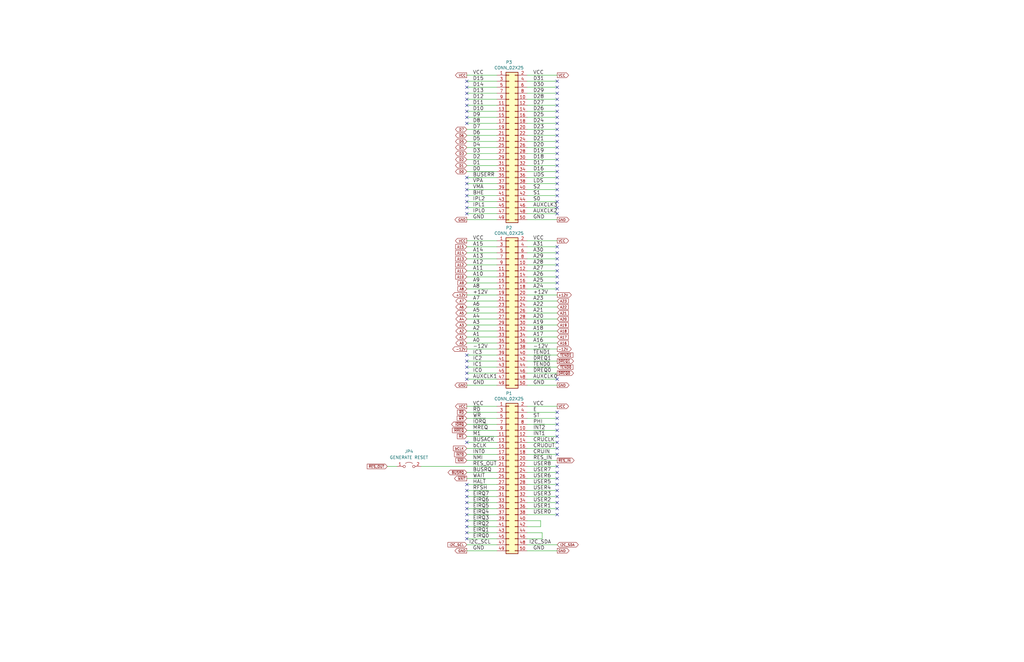
<source format=kicad_sch>
(kicad_sch (version 20211123) (generator eeschema)

  (uuid 4ad18172-4a6b-4b2c-b4ba-cae1aefed81c)

  (paper "B")

  (title_block
    (title "Duodyne 65816 CPU board")
    (date "2024-05-05")
    (rev "V1.3")
  )

  (lib_symbols
    (symbol "Connector_Generic:Conn_02x25_Odd_Even" (pin_names (offset 1.016) hide) (in_bom yes) (on_board yes)
      (property "Reference" "J" (id 0) (at 1.27 33.02 0)
        (effects (font (size 1.27 1.27)))
      )
      (property "Value" "Conn_02x25_Odd_Even" (id 1) (at 1.27 -33.02 0)
        (effects (font (size 1.27 1.27)))
      )
      (property "Footprint" "" (id 2) (at 0 0 0)
        (effects (font (size 1.27 1.27)) hide)
      )
      (property "Datasheet" "~" (id 3) (at 0 0 0)
        (effects (font (size 1.27 1.27)) hide)
      )
      (property "ki_keywords" "connector" (id 4) (at 0 0 0)
        (effects (font (size 1.27 1.27)) hide)
      )
      (property "ki_description" "Generic connector, double row, 02x25, odd/even pin numbering scheme (row 1 odd numbers, row 2 even numbers), script generated (kicad-library-utils/schlib/autogen/connector/)" (id 5) (at 0 0 0)
        (effects (font (size 1.27 1.27)) hide)
      )
      (property "ki_fp_filters" "Connector*:*_2x??_*" (id 6) (at 0 0 0)
        (effects (font (size 1.27 1.27)) hide)
      )
      (symbol "Conn_02x25_Odd_Even_1_1"
        (rectangle (start -1.27 -30.353) (end 0 -30.607)
          (stroke (width 0.1524) (type default) (color 0 0 0 0))
          (fill (type none))
        )
        (rectangle (start -1.27 -27.813) (end 0 -28.067)
          (stroke (width 0.1524) (type default) (color 0 0 0 0))
          (fill (type none))
        )
        (rectangle (start -1.27 -25.273) (end 0 -25.527)
          (stroke (width 0.1524) (type default) (color 0 0 0 0))
          (fill (type none))
        )
        (rectangle (start -1.27 -22.733) (end 0 -22.987)
          (stroke (width 0.1524) (type default) (color 0 0 0 0))
          (fill (type none))
        )
        (rectangle (start -1.27 -20.193) (end 0 -20.447)
          (stroke (width 0.1524) (type default) (color 0 0 0 0))
          (fill (type none))
        )
        (rectangle (start -1.27 -17.653) (end 0 -17.907)
          (stroke (width 0.1524) (type default) (color 0 0 0 0))
          (fill (type none))
        )
        (rectangle (start -1.27 -15.113) (end 0 -15.367)
          (stroke (width 0.1524) (type default) (color 0 0 0 0))
          (fill (type none))
        )
        (rectangle (start -1.27 -12.573) (end 0 -12.827)
          (stroke (width 0.1524) (type default) (color 0 0 0 0))
          (fill (type none))
        )
        (rectangle (start -1.27 -10.033) (end 0 -10.287)
          (stroke (width 0.1524) (type default) (color 0 0 0 0))
          (fill (type none))
        )
        (rectangle (start -1.27 -7.493) (end 0 -7.747)
          (stroke (width 0.1524) (type default) (color 0 0 0 0))
          (fill (type none))
        )
        (rectangle (start -1.27 -4.953) (end 0 -5.207)
          (stroke (width 0.1524) (type default) (color 0 0 0 0))
          (fill (type none))
        )
        (rectangle (start -1.27 -2.413) (end 0 -2.667)
          (stroke (width 0.1524) (type default) (color 0 0 0 0))
          (fill (type none))
        )
        (rectangle (start -1.27 0.127) (end 0 -0.127)
          (stroke (width 0.1524) (type default) (color 0 0 0 0))
          (fill (type none))
        )
        (rectangle (start -1.27 2.667) (end 0 2.413)
          (stroke (width 0.1524) (type default) (color 0 0 0 0))
          (fill (type none))
        )
        (rectangle (start -1.27 5.207) (end 0 4.953)
          (stroke (width 0.1524) (type default) (color 0 0 0 0))
          (fill (type none))
        )
        (rectangle (start -1.27 7.747) (end 0 7.493)
          (stroke (width 0.1524) (type default) (color 0 0 0 0))
          (fill (type none))
        )
        (rectangle (start -1.27 10.287) (end 0 10.033)
          (stroke (width 0.1524) (type default) (color 0 0 0 0))
          (fill (type none))
        )
        (rectangle (start -1.27 12.827) (end 0 12.573)
          (stroke (width 0.1524) (type default) (color 0 0 0 0))
          (fill (type none))
        )
        (rectangle (start -1.27 15.367) (end 0 15.113)
          (stroke (width 0.1524) (type default) (color 0 0 0 0))
          (fill (type none))
        )
        (rectangle (start -1.27 17.907) (end 0 17.653)
          (stroke (width 0.1524) (type default) (color 0 0 0 0))
          (fill (type none))
        )
        (rectangle (start -1.27 20.447) (end 0 20.193)
          (stroke (width 0.1524) (type default) (color 0 0 0 0))
          (fill (type none))
        )
        (rectangle (start -1.27 22.987) (end 0 22.733)
          (stroke (width 0.1524) (type default) (color 0 0 0 0))
          (fill (type none))
        )
        (rectangle (start -1.27 25.527) (end 0 25.273)
          (stroke (width 0.1524) (type default) (color 0 0 0 0))
          (fill (type none))
        )
        (rectangle (start -1.27 28.067) (end 0 27.813)
          (stroke (width 0.1524) (type default) (color 0 0 0 0))
          (fill (type none))
        )
        (rectangle (start -1.27 30.607) (end 0 30.353)
          (stroke (width 0.1524) (type default) (color 0 0 0 0))
          (fill (type none))
        )
        (rectangle (start -1.27 31.75) (end 3.81 -31.75)
          (stroke (width 0.254) (type default) (color 0 0 0 0))
          (fill (type background))
        )
        (rectangle (start 3.81 -30.353) (end 2.54 -30.607)
          (stroke (width 0.1524) (type default) (color 0 0 0 0))
          (fill (type none))
        )
        (rectangle (start 3.81 -27.813) (end 2.54 -28.067)
          (stroke (width 0.1524) (type default) (color 0 0 0 0))
          (fill (type none))
        )
        (rectangle (start 3.81 -25.273) (end 2.54 -25.527)
          (stroke (width 0.1524) (type default) (color 0 0 0 0))
          (fill (type none))
        )
        (rectangle (start 3.81 -22.733) (end 2.54 -22.987)
          (stroke (width 0.1524) (type default) (color 0 0 0 0))
          (fill (type none))
        )
        (rectangle (start 3.81 -20.193) (end 2.54 -20.447)
          (stroke (width 0.1524) (type default) (color 0 0 0 0))
          (fill (type none))
        )
        (rectangle (start 3.81 -17.653) (end 2.54 -17.907)
          (stroke (width 0.1524) (type default) (color 0 0 0 0))
          (fill (type none))
        )
        (rectangle (start 3.81 -15.113) (end 2.54 -15.367)
          (stroke (width 0.1524) (type default) (color 0 0 0 0))
          (fill (type none))
        )
        (rectangle (start 3.81 -12.573) (end 2.54 -12.827)
          (stroke (width 0.1524) (type default) (color 0 0 0 0))
          (fill (type none))
        )
        (rectangle (start 3.81 -10.033) (end 2.54 -10.287)
          (stroke (width 0.1524) (type default) (color 0 0 0 0))
          (fill (type none))
        )
        (rectangle (start 3.81 -7.493) (end 2.54 -7.747)
          (stroke (width 0.1524) (type default) (color 0 0 0 0))
          (fill (type none))
        )
        (rectangle (start 3.81 -4.953) (end 2.54 -5.207)
          (stroke (width 0.1524) (type default) (color 0 0 0 0))
          (fill (type none))
        )
        (rectangle (start 3.81 -2.413) (end 2.54 -2.667)
          (stroke (width 0.1524) (type default) (color 0 0 0 0))
          (fill (type none))
        )
        (rectangle (start 3.81 0.127) (end 2.54 -0.127)
          (stroke (width 0.1524) (type default) (color 0 0 0 0))
          (fill (type none))
        )
        (rectangle (start 3.81 2.667) (end 2.54 2.413)
          (stroke (width 0.1524) (type default) (color 0 0 0 0))
          (fill (type none))
        )
        (rectangle (start 3.81 5.207) (end 2.54 4.953)
          (stroke (width 0.1524) (type default) (color 0 0 0 0))
          (fill (type none))
        )
        (rectangle (start 3.81 7.747) (end 2.54 7.493)
          (stroke (width 0.1524) (type default) (color 0 0 0 0))
          (fill (type none))
        )
        (rectangle (start 3.81 10.287) (end 2.54 10.033)
          (stroke (width 0.1524) (type default) (color 0 0 0 0))
          (fill (type none))
        )
        (rectangle (start 3.81 12.827) (end 2.54 12.573)
          (stroke (width 0.1524) (type default) (color 0 0 0 0))
          (fill (type none))
        )
        (rectangle (start 3.81 15.367) (end 2.54 15.113)
          (stroke (width 0.1524) (type default) (color 0 0 0 0))
          (fill (type none))
        )
        (rectangle (start 3.81 17.907) (end 2.54 17.653)
          (stroke (width 0.1524) (type default) (color 0 0 0 0))
          (fill (type none))
        )
        (rectangle (start 3.81 20.447) (end 2.54 20.193)
          (stroke (width 0.1524) (type default) (color 0 0 0 0))
          (fill (type none))
        )
        (rectangle (start 3.81 22.987) (end 2.54 22.733)
          (stroke (width 0.1524) (type default) (color 0 0 0 0))
          (fill (type none))
        )
        (rectangle (start 3.81 25.527) (end 2.54 25.273)
          (stroke (width 0.1524) (type default) (color 0 0 0 0))
          (fill (type none))
        )
        (rectangle (start 3.81 28.067) (end 2.54 27.813)
          (stroke (width 0.1524) (type default) (color 0 0 0 0))
          (fill (type none))
        )
        (rectangle (start 3.81 30.607) (end 2.54 30.353)
          (stroke (width 0.1524) (type default) (color 0 0 0 0))
          (fill (type none))
        )
        (pin passive line (at -5.08 30.48 0) (length 3.81)
          (name "Pin_1" (effects (font (size 1.27 1.27))))
          (number "1" (effects (font (size 1.27 1.27))))
        )
        (pin passive line (at 7.62 20.32 180) (length 3.81)
          (name "Pin_10" (effects (font (size 1.27 1.27))))
          (number "10" (effects (font (size 1.27 1.27))))
        )
        (pin passive line (at -5.08 17.78 0) (length 3.81)
          (name "Pin_11" (effects (font (size 1.27 1.27))))
          (number "11" (effects (font (size 1.27 1.27))))
        )
        (pin passive line (at 7.62 17.78 180) (length 3.81)
          (name "Pin_12" (effects (font (size 1.27 1.27))))
          (number "12" (effects (font (size 1.27 1.27))))
        )
        (pin passive line (at -5.08 15.24 0) (length 3.81)
          (name "Pin_13" (effects (font (size 1.27 1.27))))
          (number "13" (effects (font (size 1.27 1.27))))
        )
        (pin passive line (at 7.62 15.24 180) (length 3.81)
          (name "Pin_14" (effects (font (size 1.27 1.27))))
          (number "14" (effects (font (size 1.27 1.27))))
        )
        (pin passive line (at -5.08 12.7 0) (length 3.81)
          (name "Pin_15" (effects (font (size 1.27 1.27))))
          (number "15" (effects (font (size 1.27 1.27))))
        )
        (pin passive line (at 7.62 12.7 180) (length 3.81)
          (name "Pin_16" (effects (font (size 1.27 1.27))))
          (number "16" (effects (font (size 1.27 1.27))))
        )
        (pin passive line (at -5.08 10.16 0) (length 3.81)
          (name "Pin_17" (effects (font (size 1.27 1.27))))
          (number "17" (effects (font (size 1.27 1.27))))
        )
        (pin passive line (at 7.62 10.16 180) (length 3.81)
          (name "Pin_18" (effects (font (size 1.27 1.27))))
          (number "18" (effects (font (size 1.27 1.27))))
        )
        (pin passive line (at -5.08 7.62 0) (length 3.81)
          (name "Pin_19" (effects (font (size 1.27 1.27))))
          (number "19" (effects (font (size 1.27 1.27))))
        )
        (pin passive line (at 7.62 30.48 180) (length 3.81)
          (name "Pin_2" (effects (font (size 1.27 1.27))))
          (number "2" (effects (font (size 1.27 1.27))))
        )
        (pin passive line (at 7.62 7.62 180) (length 3.81)
          (name "Pin_20" (effects (font (size 1.27 1.27))))
          (number "20" (effects (font (size 1.27 1.27))))
        )
        (pin passive line (at -5.08 5.08 0) (length 3.81)
          (name "Pin_21" (effects (font (size 1.27 1.27))))
          (number "21" (effects (font (size 1.27 1.27))))
        )
        (pin passive line (at 7.62 5.08 180) (length 3.81)
          (name "Pin_22" (effects (font (size 1.27 1.27))))
          (number "22" (effects (font (size 1.27 1.27))))
        )
        (pin passive line (at -5.08 2.54 0) (length 3.81)
          (name "Pin_23" (effects (font (size 1.27 1.27))))
          (number "23" (effects (font (size 1.27 1.27))))
        )
        (pin passive line (at 7.62 2.54 180) (length 3.81)
          (name "Pin_24" (effects (font (size 1.27 1.27))))
          (number "24" (effects (font (size 1.27 1.27))))
        )
        (pin passive line (at -5.08 0 0) (length 3.81)
          (name "Pin_25" (effects (font (size 1.27 1.27))))
          (number "25" (effects (font (size 1.27 1.27))))
        )
        (pin passive line (at 7.62 0 180) (length 3.81)
          (name "Pin_26" (effects (font (size 1.27 1.27))))
          (number "26" (effects (font (size 1.27 1.27))))
        )
        (pin passive line (at -5.08 -2.54 0) (length 3.81)
          (name "Pin_27" (effects (font (size 1.27 1.27))))
          (number "27" (effects (font (size 1.27 1.27))))
        )
        (pin passive line (at 7.62 -2.54 180) (length 3.81)
          (name "Pin_28" (effects (font (size 1.27 1.27))))
          (number "28" (effects (font (size 1.27 1.27))))
        )
        (pin passive line (at -5.08 -5.08 0) (length 3.81)
          (name "Pin_29" (effects (font (size 1.27 1.27))))
          (number "29" (effects (font (size 1.27 1.27))))
        )
        (pin passive line (at -5.08 27.94 0) (length 3.81)
          (name "Pin_3" (effects (font (size 1.27 1.27))))
          (number "3" (effects (font (size 1.27 1.27))))
        )
        (pin passive line (at 7.62 -5.08 180) (length 3.81)
          (name "Pin_30" (effects (font (size 1.27 1.27))))
          (number "30" (effects (font (size 1.27 1.27))))
        )
        (pin passive line (at -5.08 -7.62 0) (length 3.81)
          (name "Pin_31" (effects (font (size 1.27 1.27))))
          (number "31" (effects (font (size 1.27 1.27))))
        )
        (pin passive line (at 7.62 -7.62 180) (length 3.81)
          (name "Pin_32" (effects (font (size 1.27 1.27))))
          (number "32" (effects (font (size 1.27 1.27))))
        )
        (pin passive line (at -5.08 -10.16 0) (length 3.81)
          (name "Pin_33" (effects (font (size 1.27 1.27))))
          (number "33" (effects (font (size 1.27 1.27))))
        )
        (pin passive line (at 7.62 -10.16 180) (length 3.81)
          (name "Pin_34" (effects (font (size 1.27 1.27))))
          (number "34" (effects (font (size 1.27 1.27))))
        )
        (pin passive line (at -5.08 -12.7 0) (length 3.81)
          (name "Pin_35" (effects (font (size 1.27 1.27))))
          (number "35" (effects (font (size 1.27 1.27))))
        )
        (pin passive line (at 7.62 -12.7 180) (length 3.81)
          (name "Pin_36" (effects (font (size 1.27 1.27))))
          (number "36" (effects (font (size 1.27 1.27))))
        )
        (pin passive line (at -5.08 -15.24 0) (length 3.81)
          (name "Pin_37" (effects (font (size 1.27 1.27))))
          (number "37" (effects (font (size 1.27 1.27))))
        )
        (pin passive line (at 7.62 -15.24 180) (length 3.81)
          (name "Pin_38" (effects (font (size 1.27 1.27))))
          (number "38" (effects (font (size 1.27 1.27))))
        )
        (pin passive line (at -5.08 -17.78 0) (length 3.81)
          (name "Pin_39" (effects (font (size 1.27 1.27))))
          (number "39" (effects (font (size 1.27 1.27))))
        )
        (pin passive line (at 7.62 27.94 180) (length 3.81)
          (name "Pin_4" (effects (font (size 1.27 1.27))))
          (number "4" (effects (font (size 1.27 1.27))))
        )
        (pin passive line (at 7.62 -17.78 180) (length 3.81)
          (name "Pin_40" (effects (font (size 1.27 1.27))))
          (number "40" (effects (font (size 1.27 1.27))))
        )
        (pin passive line (at -5.08 -20.32 0) (length 3.81)
          (name "Pin_41" (effects (font (size 1.27 1.27))))
          (number "41" (effects (font (size 1.27 1.27))))
        )
        (pin passive line (at 7.62 -20.32 180) (length 3.81)
          (name "Pin_42" (effects (font (size 1.27 1.27))))
          (number "42" (effects (font (size 1.27 1.27))))
        )
        (pin passive line (at -5.08 -22.86 0) (length 3.81)
          (name "Pin_43" (effects (font (size 1.27 1.27))))
          (number "43" (effects (font (size 1.27 1.27))))
        )
        (pin passive line (at 7.62 -22.86 180) (length 3.81)
          (name "Pin_44" (effects (font (size 1.27 1.27))))
          (number "44" (effects (font (size 1.27 1.27))))
        )
        (pin passive line (at -5.08 -25.4 0) (length 3.81)
          (name "Pin_45" (effects (font (size 1.27 1.27))))
          (number "45" (effects (font (size 1.27 1.27))))
        )
        (pin passive line (at 7.62 -25.4 180) (length 3.81)
          (name "Pin_46" (effects (font (size 1.27 1.27))))
          (number "46" (effects (font (size 1.27 1.27))))
        )
        (pin passive line (at -5.08 -27.94 0) (length 3.81)
          (name "Pin_47" (effects (font (size 1.27 1.27))))
          (number "47" (effects (font (size 1.27 1.27))))
        )
        (pin passive line (at 7.62 -27.94 180) (length 3.81)
          (name "Pin_48" (effects (font (size 1.27 1.27))))
          (number "48" (effects (font (size 1.27 1.27))))
        )
        (pin passive line (at -5.08 -30.48 0) (length 3.81)
          (name "Pin_49" (effects (font (size 1.27 1.27))))
          (number "49" (effects (font (size 1.27 1.27))))
        )
        (pin passive line (at -5.08 25.4 0) (length 3.81)
          (name "Pin_5" (effects (font (size 1.27 1.27))))
          (number "5" (effects (font (size 1.27 1.27))))
        )
        (pin passive line (at 7.62 -30.48 180) (length 3.81)
          (name "Pin_50" (effects (font (size 1.27 1.27))))
          (number "50" (effects (font (size 1.27 1.27))))
        )
        (pin passive line (at 7.62 25.4 180) (length 3.81)
          (name "Pin_6" (effects (font (size 1.27 1.27))))
          (number "6" (effects (font (size 1.27 1.27))))
        )
        (pin passive line (at -5.08 22.86 0) (length 3.81)
          (name "Pin_7" (effects (font (size 1.27 1.27))))
          (number "7" (effects (font (size 1.27 1.27))))
        )
        (pin passive line (at 7.62 22.86 180) (length 3.81)
          (name "Pin_8" (effects (font (size 1.27 1.27))))
          (number "8" (effects (font (size 1.27 1.27))))
        )
        (pin passive line (at -5.08 20.32 0) (length 3.81)
          (name "Pin_9" (effects (font (size 1.27 1.27))))
          (number "9" (effects (font (size 1.27 1.27))))
        )
      )
    )
    (symbol "Jumper:Jumper_2_Open" (pin_names (offset 0) hide) (in_bom yes) (on_board yes)
      (property "Reference" "JP" (id 0) (at 0 2.794 0)
        (effects (font (size 1.27 1.27)))
      )
      (property "Value" "Jumper_2_Open" (id 1) (at 0 -2.286 0)
        (effects (font (size 1.27 1.27)))
      )
      (property "Footprint" "" (id 2) (at 0 0 0)
        (effects (font (size 1.27 1.27)) hide)
      )
      (property "Datasheet" "~" (id 3) (at 0 0 0)
        (effects (font (size 1.27 1.27)) hide)
      )
      (property "ki_keywords" "Jumper SPST" (id 4) (at 0 0 0)
        (effects (font (size 1.27 1.27)) hide)
      )
      (property "ki_description" "Jumper, 2-pole, open" (id 5) (at 0 0 0)
        (effects (font (size 1.27 1.27)) hide)
      )
      (property "ki_fp_filters" "Jumper* TestPoint*2Pads* TestPoint*Bridge*" (id 6) (at 0 0 0)
        (effects (font (size 1.27 1.27)) hide)
      )
      (symbol "Jumper_2_Open_0_0"
        (circle (center -2.032 0) (radius 0.508)
          (stroke (width 0) (type default) (color 0 0 0 0))
          (fill (type none))
        )
        (circle (center 2.032 0) (radius 0.508)
          (stroke (width 0) (type default) (color 0 0 0 0))
          (fill (type none))
        )
      )
      (symbol "Jumper_2_Open_0_1"
        (arc (start 1.524 1.27) (mid 0 1.778) (end -1.524 1.27)
          (stroke (width 0) (type default) (color 0 0 0 0))
          (fill (type none))
        )
      )
      (symbol "Jumper_2_Open_1_1"
        (pin passive line (at -5.08 0 0) (length 2.54)
          (name "A" (effects (font (size 1.27 1.27))))
          (number "1" (effects (font (size 1.27 1.27))))
        )
        (pin passive line (at 5.08 0 180) (length 2.54)
          (name "B" (effects (font (size 1.27 1.27))))
          (number "2" (effects (font (size 1.27 1.27))))
        )
      )
    )
  )


  (no_connect (at 234.95 34.29) (uuid 058969fd-78a3-4233-b47b-1da5d6f2d070))
  (no_connect (at 196.85 157.48) (uuid 07c2a645-a798-41db-8926-3f3444f14e05))
  (no_connect (at 234.95 217.17) (uuid 0c3a598a-2ffd-4c4e-85fe-0138cc30c094))
  (no_connect (at 234.95 212.09) (uuid 10992f37-698d-41fc-8830-e768e44e43b9))
  (no_connect (at 234.95 116.84) (uuid 1197d0c6-071c-4c52-9753-fe6c00e01cf2))
  (no_connect (at 196.85 41.91) (uuid 154e3dd9-a480-438a-8fc1-2f9876e7351d))
  (no_connect (at 196.85 85.09) (uuid 1b05d6ce-8d6b-463a-ae45-0b2ef9c5353b))
  (no_connect (at 234.95 199.39) (uuid 1c2e7d16-6239-403f-9001-7d481254ecbf))
  (no_connect (at 196.85 219.71) (uuid 1cb299c6-0b34-4705-95a8-27996b699737))
  (no_connect (at 196.85 214.63) (uuid 1d325a56-508e-4a9d-99f0-5200880677bd))
  (no_connect (at 234.95 184.15) (uuid 1e5eb35c-6dac-4b5e-8aa4-ea50aa7c9e87))
  (no_connect (at 234.95 41.91) (uuid 20151a36-6bbb-4769-9ffd-b60cfed7489f))
  (no_connect (at 196.85 224.79) (uuid 2259e7e1-0034-4c83-8b9d-47adead892fb))
  (no_connect (at 196.85 149.86) (uuid 241875f9-6e2d-4b32-a6ab-840c71c6472a))
  (no_connect (at 234.95 90.17) (uuid 251bfc8e-ebea-4e00-945d-723f85811d85))
  (no_connect (at 234.95 64.77) (uuid 261b3621-8dab-46b1-b290-04ac3ace5f22))
  (no_connect (at 234.95 85.09) (uuid 28cbdf6f-67a6-4e61-940e-0a5eb0664898))
  (no_connect (at 196.85 36.83) (uuid 2ce7c871-a025-42f0-a9c0-3f3f12d6ea84))
  (no_connect (at 234.95 36.83) (uuid 3357bf0a-7d12-48d3-8c96-ffdd80b3afe4))
  (no_connect (at 196.85 52.07) (uuid 34265a5e-a160-4caa-a5ac-c69b264deb14))
  (no_connect (at 234.95 69.85) (uuid 350c3d8f-3ef3-4021-953f-707f329af542))
  (no_connect (at 196.85 222.25) (uuid 3857fc6e-6bc0-49e4-af9b-c9e833633446))
  (no_connect (at 234.95 77.47) (uuid 3a89ae60-3f34-42e6-82e6-87eed8445bfb))
  (no_connect (at 234.95 196.85) (uuid 3ba7135b-42a8-4cc3-afb5-1457aeb7447e))
  (no_connect (at 196.85 152.4) (uuid 3ef909ec-10d8-4f2e-b814-39c24c77d748))
  (no_connect (at 234.95 181.61) (uuid 41f2aade-923d-445a-b0a9-aeeb2e8d4b20))
  (no_connect (at 234.95 39.37) (uuid 4af16dab-a20d-492f-b984-d0ef7db2111f))
  (no_connect (at 234.95 204.47) (uuid 4b5dc6b0-421f-4993-a031-a2c8f979b013))
  (no_connect (at 234.95 214.63) (uuid 4c3b8d3d-851e-4f04-a10f-f8c7726ed25f))
  (no_connect (at 234.95 106.68) (uuid 4f07c253-ac36-4cc8-82ff-a81aec64d778))
  (no_connect (at 234.95 186.69) (uuid 4fea853b-162a-4ed3-a356-6b8d54307e59))
  (no_connect (at 196.85 227.33) (uuid 519b775b-9648-48e8-8c42-c98f2df25e15))
  (no_connect (at 196.85 34.29) (uuid 5937d7f0-0c47-4ed0-9064-434974a9947c))
  (no_connect (at 196.85 49.53) (uuid 5989a81b-9f7c-4c55-9b2d-cbb07b9388ce))
  (no_connect (at 234.95 201.93) (uuid 5db7ef13-d513-4f02-aae8-1626ba59097b))
  (no_connect (at 234.95 104.14) (uuid 60cf3256-2b4b-48fe-bb00-613ace6bcd2d))
  (no_connect (at 234.95 173.99) (uuid 6433fa88-f4a4-46c0-bcbc-f7b34b99fb01))
  (no_connect (at 234.95 191.77) (uuid 66df14de-ae8d-42b0-a56b-fd9679e82fc7))
  (no_connect (at 234.95 189.23) (uuid 67ce1656-bca6-401b-9c77-6c2bb5fd5275))
  (no_connect (at 234.95 59.69) (uuid 690e20ab-edd9-4ba0-a4bf-b38be5d67b42))
  (no_connect (at 234.95 80.01) (uuid 70ffb159-47bf-4901-a685-63b72c6889cc))
  (no_connect (at 234.95 74.93) (uuid 71b52b14-a770-4a34-a614-cb576077a499))
  (no_connect (at 234.95 209.55) (uuid 79d8dc3c-ce4d-4c3f-805e-16965709a2c0))
  (no_connect (at 234.95 52.07) (uuid 8357590e-19d8-4254-860f-578f2cb3fd24))
  (no_connect (at 196.85 77.47) (uuid 8d03f8b4-3ec1-4e76-8572-a73deea13ba1))
  (no_connect (at 196.85 212.09) (uuid 8dd514d7-b58d-4bf9-a88c-12e924e8452e))
  (no_connect (at 234.95 62.23) (uuid 90f67c2f-74cb-44d4-b959-4845d22d8b0a))
  (no_connect (at 196.85 82.55) (uuid 916fb3b8-25d5-4098-a3fc-27f3a0c7e92b))
  (no_connect (at 234.95 109.22) (uuid 91fbca0a-9856-46b2-85e3-537f00eae2d2))
  (no_connect (at 196.85 204.47) (uuid 93844307-4981-4a02-9629-52138d87c85a))
  (no_connect (at 234.95 121.92) (uuid 93975b8f-b648-4f27-a3df-e5db856c71f6))
  (no_connect (at 196.85 90.17) (uuid 958b95b7-587b-4764-9b99-e4e95d1c7a3f))
  (no_connect (at 234.95 44.45) (uuid 98f83a09-56ac-4616-a95c-45d8568e571c))
  (no_connect (at 196.85 207.01) (uuid 9b7454ba-740d-4730-b708-2ede1b47378e))
  (no_connect (at 234.95 111.76) (uuid 9d32d798-e23f-44f1-b6bc-5ccf9fe58bdf))
  (no_connect (at 196.85 217.17) (uuid a4ffff00-fc6f-4bac-b1ba-6ec836904cb8))
  (no_connect (at 234.95 54.61) (uuid a6d76eab-6acb-41fd-8a5d-6de771d5c836))
  (no_connect (at 234.95 46.99) (uuid a84b8a97-96ce-4aa8-91fa-1a863c9a998a))
  (no_connect (at 234.95 49.53) (uuid aabb4104-d0bb-43ec-9663-1fb94effb5e5))
  (no_connect (at 234.95 72.39) (uuid b96ebb72-05f8-4377-b3df-eeb929275e18))
  (no_connect (at 234.95 207.01) (uuid ba9dfc33-d48e-4145-ac98-0fea8f5ce5ad))
  (no_connect (at 234.95 176.53) (uuid bc71f537-36fe-46b3-a522-05537469122c))
  (no_connect (at 196.85 154.94) (uuid c08bf363-fbf8-4063-bb40-ce04445d4f50))
  (no_connect (at 234.95 87.63) (uuid c568bf00-8f85-491f-827e-a71e4fb959d9))
  (no_connect (at 196.85 74.93) (uuid ccb2409b-d3da-43f8-9ffd-8146aff08b32))
  (no_connect (at 234.95 179.07) (uuid ceeb9d4a-886a-4c02-a10c-cdd5db7f9b44))
  (no_connect (at 196.85 209.55) (uuid d0554d0b-d162-45df-8f8c-52b6597febeb))
  (no_connect (at 234.95 119.38) (uuid d05fe3d2-b45c-4ddd-bbd1-b1f0ddfb7bbb))
  (no_connect (at 234.95 67.31) (uuid d477e638-5afa-431d-bf34-6143ba5e9a5c))
  (no_connect (at 234.95 114.3) (uuid d8fa4bb0-2841-40f6-a67b-0f52c428713c))
  (no_connect (at 196.85 87.63) (uuid df5ac77e-0bd9-4565-beed-6e479f696b1a))
  (no_connect (at 196.85 46.99) (uuid e4349b70-e785-41db-af53-59f85d867458))
  (no_connect (at 234.95 82.55) (uuid e65b6351-ae9c-4c58-b2a3-fdf5d714e311))
  (no_connect (at 196.85 39.37) (uuid eb9605b0-eb70-49f3-9a60-c04fbb8eceb5))
  (no_connect (at 196.85 186.69) (uuid f3a85ac1-1a82-42aa-ae83-06048cf2a659))
  (no_connect (at 196.85 160.02) (uuid f57f0f49-80e7-4c86-9d78-b72c3cb2c743))
  (no_connect (at 234.95 57.15) (uuid f5dceb0f-9a5f-40e9-8751-469f0d245c06))
  (no_connect (at 196.85 80.01) (uuid f6377170-bd04-4c37-977a-0dfd483d5c45))
  (no_connect (at 234.95 160.02) (uuid fa379a91-66ab-4178-8113-c4b1366e39ea))
  (no_connect (at 196.85 44.45) (uuid ff412e31-7f63-42a9-971f-95670b7ac9a0))

  (wire (pts (xy 222.25 34.29) (xy 234.95 34.29))
    (stroke (width 0) (type default) (color 0 0 0 0))
    (uuid 015e6ae4-4a85-4f7d-a356-781cb7e06b02)
  )
  (wire (pts (xy 222.25 132.08) (xy 234.95 132.08))
    (stroke (width 0) (type default) (color 0 0 0 0))
    (uuid 01ae987f-e09d-4a13-bd92-8c99fe419fb5)
  )
  (wire (pts (xy 222.25 152.4) (xy 234.95 152.4))
    (stroke (width 0) (type default) (color 0 0 0 0))
    (uuid 03d9460c-2e49-41da-b998-0b86f92e053c)
  )
  (wire (pts (xy 196.85 214.63) (xy 209.55 214.63))
    (stroke (width 0) (type default) (color 0 0 0 0))
    (uuid 06087901-0561-4676-bb45-506736d9d2c2)
  )
  (wire (pts (xy 196.85 147.32) (xy 209.55 147.32))
    (stroke (width 0) (type default) (color 0 0 0 0))
    (uuid 062a3b59-80ee-4466-8c5e-ce05fe893949)
  )
  (wire (pts (xy 196.85 39.37) (xy 209.55 39.37))
    (stroke (width 0) (type default) (color 0 0 0 0))
    (uuid 088b26c8-e001-406f-956d-7bdd1e2b39e6)
  )
  (wire (pts (xy 196.85 114.3) (xy 209.55 114.3))
    (stroke (width 0) (type default) (color 0 0 0 0))
    (uuid 095ce988-0631-4eaf-be3e-181bd8c3ab70)
  )
  (wire (pts (xy 234.95 176.53) (xy 222.25 176.53))
    (stroke (width 0) (type default) (color 0 0 0 0))
    (uuid 0acf9111-3b4c-4670-9640-b7ff6f56dc63)
  )
  (wire (pts (xy 196.85 109.22) (xy 209.55 109.22))
    (stroke (width 0) (type default) (color 0 0 0 0))
    (uuid 0afc2acf-9823-4606-8473-ff6a4369ddb2)
  )
  (wire (pts (xy 222.25 44.45) (xy 234.95 44.45))
    (stroke (width 0) (type default) (color 0 0 0 0))
    (uuid 0c884251-b2f0-4206-922d-23e60890c8ff)
  )
  (wire (pts (xy 196.85 104.14) (xy 209.55 104.14))
    (stroke (width 0) (type default) (color 0 0 0 0))
    (uuid 1143724f-5f79-47ef-bced-ea946d3c82b4)
  )
  (wire (pts (xy 196.85 186.69) (xy 209.55 186.69))
    (stroke (width 0) (type default) (color 0 0 0 0))
    (uuid 149d89b9-4b6e-41a2-bbd2-4b901c2826c5)
  )
  (wire (pts (xy 222.25 101.6) (xy 234.95 101.6))
    (stroke (width 0) (type default) (color 0 0 0 0))
    (uuid 14a9207a-796f-47bb-94da-844edd1f8060)
  )
  (wire (pts (xy 196.85 64.77) (xy 209.55 64.77))
    (stroke (width 0) (type default) (color 0 0 0 0))
    (uuid 16ea66ad-6046-40c9-be55-432575d106c7)
  )
  (wire (pts (xy 196.85 224.79) (xy 209.55 224.79))
    (stroke (width 0) (type default) (color 0 0 0 0))
    (uuid 19a1879f-a7fe-4352-9558-c748cdcdc0a0)
  )
  (wire (pts (xy 222.25 212.09) (xy 234.95 212.09))
    (stroke (width 0) (type default) (color 0 0 0 0))
    (uuid 1d6ff72b-20ab-411c-9a9d-27595f841582)
  )
  (wire (pts (xy 222.25 72.39) (xy 234.95 72.39))
    (stroke (width 0) (type default) (color 0 0 0 0))
    (uuid 1da900cf-a19d-417c-9beb-de0733080b97)
  )
  (wire (pts (xy 196.85 121.92) (xy 209.55 121.92))
    (stroke (width 0) (type default) (color 0 0 0 0))
    (uuid 1ee85c3e-3b42-4263-8b10-7c569710b88d)
  )
  (wire (pts (xy 222.25 142.24) (xy 234.95 142.24))
    (stroke (width 0) (type default) (color 0 0 0 0))
    (uuid 1f6496ce-7bec-41f8-b88c-34c9025d9923)
  )
  (wire (pts (xy 222.25 31.75) (xy 234.95 31.75))
    (stroke (width 0) (type default) (color 0 0 0 0))
    (uuid 20d3ef78-257a-4906-99dd-d3a46b3343cf)
  )
  (wire (pts (xy 196.85 191.77) (xy 209.55 191.77))
    (stroke (width 0) (type default) (color 0 0 0 0))
    (uuid 216013b2-5c8b-4ed8-874c-e701f4dc69d6)
  )
  (wire (pts (xy 222.25 207.01) (xy 234.95 207.01))
    (stroke (width 0) (type default) (color 0 0 0 0))
    (uuid 2275ab55-2a17-493a-9e5c-658740db9b0f)
  )
  (wire (pts (xy 209.55 77.47) (xy 196.85 77.47))
    (stroke (width 0) (type default) (color 0 0 0 0))
    (uuid 2288caf2-a19b-491f-9eca-8df574b40125)
  )
  (wire (pts (xy 227.965 219.71) (xy 227.965 222.25))
    (stroke (width 0) (type default) (color 0 0 0 0))
    (uuid 22de3164-d9b5-4ea3-b9b8-3eff806bbb65)
  )
  (wire (pts (xy 222.25 39.37) (xy 234.95 39.37))
    (stroke (width 0) (type default) (color 0 0 0 0))
    (uuid 22de71a6-e918-4c27-b682-605ae6544548)
  )
  (wire (pts (xy 222.25 82.55) (xy 234.95 82.55))
    (stroke (width 0) (type default) (color 0 0 0 0))
    (uuid 257c6f54-7219-4234-94b8-f8bde1fae0f3)
  )
  (wire (pts (xy 222.25 147.32) (xy 234.95 147.32))
    (stroke (width 0) (type default) (color 0 0 0 0))
    (uuid 25f256c4-fc1f-4270-b8af-3f681820d4fe)
  )
  (wire (pts (xy 196.85 184.15) (xy 209.55 184.15))
    (stroke (width 0) (type default) (color 0 0 0 0))
    (uuid 2983c20e-2b6a-4507-9526-e0c2e1dc7a94)
  )
  (wire (pts (xy 196.85 134.62) (xy 209.55 134.62))
    (stroke (width 0) (type default) (color 0 0 0 0))
    (uuid 2ffd5d9f-bf92-4a99-93c4-124518a390f9)
  )
  (wire (pts (xy 196.85 139.7) (xy 209.55 139.7))
    (stroke (width 0) (type default) (color 0 0 0 0))
    (uuid 3025a445-7845-4c92-9ef2-775e14680b3c)
  )
  (wire (pts (xy 222.25 217.17) (xy 234.95 217.17))
    (stroke (width 0) (type default) (color 0 0 0 0))
    (uuid 30a1f3c3-8ffb-4174-8db2-f4494ebfba65)
  )
  (wire (pts (xy 196.85 57.15) (xy 209.55 57.15))
    (stroke (width 0) (type default) (color 0 0 0 0))
    (uuid 30aad04f-91ab-4729-aa19-eecac49f2ca3)
  )
  (wire (pts (xy 222.25 194.31) (xy 234.95 194.31))
    (stroke (width 0) (type default) (color 0 0 0 0))
    (uuid 30fe5710-fc44-448e-8901-4238bca5b0bf)
  )
  (wire (pts (xy 222.25 137.16) (xy 234.95 137.16))
    (stroke (width 0) (type default) (color 0 0 0 0))
    (uuid 356fdd1f-b5ed-443c-bc82-b2c9dc898812)
  )
  (wire (pts (xy 228.6 227.33) (xy 222.25 227.33))
    (stroke (width 0) (type default) (color 0 0 0 0))
    (uuid 37b9fe31-b746-402b-af1b-ea3b9c96db3a)
  )
  (wire (pts (xy 196.85 176.53) (xy 209.55 176.53))
    (stroke (width 0) (type default) (color 0 0 0 0))
    (uuid 3a3a0215-65e9-4d9b-895a-10d3a874ff5b)
  )
  (wire (pts (xy 196.85 67.31) (xy 209.55 67.31))
    (stroke (width 0) (type default) (color 0 0 0 0))
    (uuid 3a63b37f-a0e2-4ba3-9e29-b598b43aa08c)
  )
  (wire (pts (xy 222.25 36.83) (xy 234.95 36.83))
    (stroke (width 0) (type default) (color 0 0 0 0))
    (uuid 3b074c40-757b-4617-8f9d-f2141c679c70)
  )
  (wire (pts (xy 196.85 36.83) (xy 209.55 36.83))
    (stroke (width 0) (type default) (color 0 0 0 0))
    (uuid 3c6ee23d-51a3-4685-95dc-15fe747c6176)
  )
  (wire (pts (xy 222.25 52.07) (xy 234.95 52.07))
    (stroke (width 0) (type default) (color 0 0 0 0))
    (uuid 3d506672-72d5-42bc-aa01-4cd308f794d2)
  )
  (wire (pts (xy 234.95 184.15) (xy 222.25 184.15))
    (stroke (width 0) (type default) (color 0 0 0 0))
    (uuid 3f51dfce-f434-4cb6-b072-58423c5fa239)
  )
  (wire (pts (xy 196.85 171.45) (xy 209.55 171.45))
    (stroke (width 0) (type default) (color 0 0 0 0))
    (uuid 41e5ac7c-8860-4500-ba9a-70e208d7559f)
  )
  (wire (pts (xy 196.85 199.39) (xy 209.55 199.39))
    (stroke (width 0) (type default) (color 0 0 0 0))
    (uuid 43090334-0a0f-4e28-adac-31caf4706c2f)
  )
  (wire (pts (xy 177.546 196.85) (xy 209.55 196.85))
    (stroke (width 0) (type default) (color 0 0 0 0))
    (uuid 435d406d-4be9-41cc-a531-cc9f88567716)
  )
  (wire (pts (xy 222.25 119.38) (xy 234.95 119.38))
    (stroke (width 0) (type default) (color 0 0 0 0))
    (uuid 4a3122f9-21e9-4aec-93d9-6e65679f13ee)
  )
  (wire (pts (xy 196.85 137.16) (xy 209.55 137.16))
    (stroke (width 0) (type default) (color 0 0 0 0))
    (uuid 4a7296dd-bcc7-4b1b-9672-49ae08106fcf)
  )
  (wire (pts (xy 196.85 54.61) (xy 209.55 54.61))
    (stroke (width 0) (type default) (color 0 0 0 0))
    (uuid 4cea438f-e83f-4f69-abfa-5f4b0ff2c311)
  )
  (wire (pts (xy 196.85 116.84) (xy 209.55 116.84))
    (stroke (width 0) (type default) (color 0 0 0 0))
    (uuid 52d96259-6691-4e52-aa13-9088221390d2)
  )
  (wire (pts (xy 222.25 160.02) (xy 234.95 160.02))
    (stroke (width 0) (type default) (color 0 0 0 0))
    (uuid 538c100d-9381-45ab-8bfa-2ead33d43609)
  )
  (wire (pts (xy 209.55 152.4) (xy 196.85 152.4))
    (stroke (width 0) (type default) (color 0 0 0 0))
    (uuid 5720b020-64c3-4251-b6f9-13103bb544ca)
  )
  (wire (pts (xy 222.25 67.31) (xy 234.95 67.31))
    (stroke (width 0) (type default) (color 0 0 0 0))
    (uuid 573d3863-ee0c-44a3-bcc9-4211af4ebd14)
  )
  (wire (pts (xy 234.95 173.99) (xy 222.25 173.99))
    (stroke (width 0) (type default) (color 0 0 0 0))
    (uuid 579c3322-ca77-4e8d-b28b-04e7d548e77a)
  )
  (wire (pts (xy 209.55 229.87) (xy 196.85 229.87))
    (stroke (width 0) (type default) (color 0 0 0 0))
    (uuid 58074ba5-2764-497f-bc47-9df3dfb99e38)
  )
  (wire (pts (xy 222.25 109.22) (xy 234.95 109.22))
    (stroke (width 0) (type default) (color 0 0 0 0))
    (uuid 593740b3-b836-4045-9d87-801a3213bdda)
  )
  (wire (pts (xy 196.85 209.55) (xy 209.55 209.55))
    (stroke (width 0) (type default) (color 0 0 0 0))
    (uuid 5af9e736-7361-462c-82a2-7bddf6be0300)
  )
  (wire (pts (xy 234.95 186.69) (xy 222.25 186.69))
    (stroke (width 0) (type default) (color 0 0 0 0))
    (uuid 5cfb28ca-b179-4fe5-a023-ed0c3f23eba4)
  )
  (wire (pts (xy 222.25 157.48) (xy 234.95 157.48))
    (stroke (width 0) (type default) (color 0 0 0 0))
    (uuid 5df3ed73-3702-455b-97ce-273fcedcb607)
  )
  (wire (pts (xy 222.25 41.91) (xy 234.95 41.91))
    (stroke (width 0) (type default) (color 0 0 0 0))
    (uuid 5f097677-6f11-4d97-ac79-f4fa73870fd2)
  )
  (wire (pts (xy 196.85 62.23) (xy 209.55 62.23))
    (stroke (width 0) (type default) (color 0 0 0 0))
    (uuid 5f57237e-e096-40c5-adcd-f440b47d1f51)
  )
  (wire (pts (xy 196.85 34.29) (xy 209.55 34.29))
    (stroke (width 0) (type default) (color 0 0 0 0))
    (uuid 60bcc42d-9ca1-4a89-88b7-aad9e8e125f8)
  )
  (wire (pts (xy 222.25 59.69) (xy 234.95 59.69))
    (stroke (width 0) (type default) (color 0 0 0 0))
    (uuid 61b1a632-438c-4a3d-8a45-47ed905c62b7)
  )
  (wire (pts (xy 227.965 222.25) (xy 222.25 222.25))
    (stroke (width 0) (type default) (color 0 0 0 0))
    (uuid 624f73c0-4f5b-4a71-b8a9-879a2494c667)
  )
  (wire (pts (xy 228.6 224.79) (xy 222.25 224.79))
    (stroke (width 0) (type default) (color 0 0 0 0))
    (uuid 62530d56-ede7-4197-a804-9a51c9beea39)
  )
  (wire (pts (xy 222.25 129.54) (xy 234.95 129.54))
    (stroke (width 0) (type default) (color 0 0 0 0))
    (uuid 628f4af4-4cba-4548-b142-4cae7071beb1)
  )
  (wire (pts (xy 196.85 101.6) (xy 209.55 101.6))
    (stroke (width 0) (type default) (color 0 0 0 0))
    (uuid 63d431ca-6487-4d89-8282-8bc9d8f907c6)
  )
  (wire (pts (xy 196.85 217.17) (xy 209.55 217.17))
    (stroke (width 0) (type default) (color 0 0 0 0))
    (uuid 669f34ec-f570-4a9c-9f48-1e58f143503f)
  )
  (wire (pts (xy 222.25 127) (xy 234.95 127))
    (stroke (width 0) (type default) (color 0 0 0 0))
    (uuid 6935052e-f04a-49c5-99bc-23f1ec55c1c9)
  )
  (wire (pts (xy 196.85 160.02) (xy 209.55 160.02))
    (stroke (width 0) (type default) (color 0 0 0 0))
    (uuid 6ade0a51-6103-49e8-a33a-7ba880bf06f4)
  )
  (wire (pts (xy 196.85 119.38) (xy 209.55 119.38))
    (stroke (width 0) (type default) (color 0 0 0 0))
    (uuid 6d2f0a5b-7e13-48ce-abe0-e9f669aeaeec)
  )
  (wire (pts (xy 222.25 121.92) (xy 234.95 121.92))
    (stroke (width 0) (type default) (color 0 0 0 0))
    (uuid 6ec9e388-faa2-47a4-878b-78abdd907470)
  )
  (wire (pts (xy 222.25 134.62) (xy 234.95 134.62))
    (stroke (width 0) (type default) (color 0 0 0 0))
    (uuid 713c7998-aa3c-4199-93da-605df28e6cc0)
  )
  (wire (pts (xy 222.25 85.09) (xy 234.95 85.09))
    (stroke (width 0) (type default) (color 0 0 0 0))
    (uuid 72ce35d6-8920-4cd5-bcc1-ce936200e7d9)
  )
  (wire (pts (xy 234.95 181.61) (xy 222.25 181.61))
    (stroke (width 0) (type default) (color 0 0 0 0))
    (uuid 74502f06-a905-4968-8c56-3ffe4018736b)
  )
  (wire (pts (xy 196.85 49.53) (xy 209.55 49.53))
    (stroke (width 0) (type default) (color 0 0 0 0))
    (uuid 747032fa-b8e2-45c4-9e0a-b3158541b948)
  )
  (wire (pts (xy 222.25 90.17) (xy 234.95 90.17))
    (stroke (width 0) (type default) (color 0 0 0 0))
    (uuid 76f6fe73-b91e-4d88-af07-947946b3562d)
  )
  (wire (pts (xy 196.85 204.47) (xy 209.55 204.47))
    (stroke (width 0) (type default) (color 0 0 0 0))
    (uuid 77698867-94d8-4ba1-9252-5d120746c043)
  )
  (wire (pts (xy 222.25 92.71) (xy 234.95 92.71))
    (stroke (width 0) (type default) (color 0 0 0 0))
    (uuid 78841758-66fe-4d98-8f87-fb018910fba9)
  )
  (wire (pts (xy 222.25 49.53) (xy 234.95 49.53))
    (stroke (width 0) (type default) (color 0 0 0 0))
    (uuid 78eb2276-b3f5-4eef-b03e-9155207de580)
  )
  (wire (pts (xy 196.85 207.01) (xy 209.55 207.01))
    (stroke (width 0) (type default) (color 0 0 0 0))
    (uuid 79caf572-e20a-4223-b89e-b25e52724949)
  )
  (wire (pts (xy 196.85 201.93) (xy 209.55 201.93))
    (stroke (width 0) (type default) (color 0 0 0 0))
    (uuid 79f74bbd-ee81-43e9-95d1-9ebc15069bb9)
  )
  (wire (pts (xy 196.85 111.76) (xy 209.55 111.76))
    (stroke (width 0) (type default) (color 0 0 0 0))
    (uuid 7af9325c-1ec0-473e-9bc9-d8df88f509d1)
  )
  (wire (pts (xy 234.95 229.87) (xy 222.25 229.87))
    (stroke (width 0) (type default) (color 0 0 0 0))
    (uuid 7c68025f-5fd9-4df2-99bb-793df69d1de5)
  )
  (wire (pts (xy 196.85 227.33) (xy 209.55 227.33))
    (stroke (width 0) (type default) (color 0 0 0 0))
    (uuid 7d6221bf-0a34-4bc4-856a-3cce7a56f26d)
  )
  (wire (pts (xy 222.25 74.93) (xy 234.95 74.93))
    (stroke (width 0) (type default) (color 0 0 0 0))
    (uuid 83a4188e-1197-49a7-9aa6-7618a4692392)
  )
  (wire (pts (xy 222.25 201.93) (xy 234.95 201.93))
    (stroke (width 0) (type default) (color 0 0 0 0))
    (uuid 87a2a8e1-4096-437a-b84b-1acc4ca3de7e)
  )
  (wire (pts (xy 209.55 80.01) (xy 196.85 80.01))
    (stroke (width 0) (type default) (color 0 0 0 0))
    (uuid 8c054099-2e9c-419a-a9b3-2ca18ca54d6f)
  )
  (wire (pts (xy 222.25 189.23) (xy 234.95 189.23))
    (stroke (width 0) (type default) (color 0 0 0 0))
    (uuid 8e3ca111-eeaf-406d-845a-6995a3f83be3)
  )
  (wire (pts (xy 222.25 46.99) (xy 234.95 46.99))
    (stroke (width 0) (type default) (color 0 0 0 0))
    (uuid 9039111d-0f80-4a87-af85-2ecf70bf33b0)
  )
  (wire (pts (xy 222.25 104.14) (xy 234.95 104.14))
    (stroke (width 0) (type default) (color 0 0 0 0))
    (uuid 91b55152-cc1e-4312-9b78-f7c07368b48c)
  )
  (wire (pts (xy 196.85 222.25) (xy 209.55 222.25))
    (stroke (width 0) (type default) (color 0 0 0 0))
    (uuid 940be0ae-9144-47e8-89cc-24d5473d6ac3)
  )
  (wire (pts (xy 222.25 209.55) (xy 234.95 209.55))
    (stroke (width 0) (type default) (color 0 0 0 0))
    (uuid 94dc98df-78ba-4148-917b-cbd7b0b0ce6e)
  )
  (wire (pts (xy 209.55 74.93) (xy 196.85 74.93))
    (stroke (width 0) (type default) (color 0 0 0 0))
    (uuid 95071ab8-a9bd-4ec4-8357-29fd201a7c22)
  )
  (wire (pts (xy 209.55 90.17) (xy 196.85 90.17))
    (stroke (width 0) (type default) (color 0 0 0 0))
    (uuid 972ab2da-5d2e-4be2-828d-72e43e11d4b0)
  )
  (wire (pts (xy 222.25 204.47) (xy 234.95 204.47))
    (stroke (width 0) (type default) (color 0 0 0 0))
    (uuid 9be38183-161d-4090-bb36-0e7957c166d9)
  )
  (wire (pts (xy 196.85 194.31) (xy 209.55 194.31))
    (stroke (width 0) (type default) (color 0 0 0 0))
    (uuid 9caa18cf-f695-4c1e-a68b-230b759212e6)
  )
  (wire (pts (xy 196.85 144.78) (xy 209.55 144.78))
    (stroke (width 0) (type default) (color 0 0 0 0))
    (uuid 9e26f15c-d804-44b7-889b-45fabc4fc51a)
  )
  (wire (pts (xy 196.85 69.85) (xy 209.55 69.85))
    (stroke (width 0) (type default) (color 0 0 0 0))
    (uuid 9f38d196-7d0c-40d6-b188-ee5afa398adc)
  )
  (wire (pts (xy 222.25 196.85) (xy 234.95 196.85))
    (stroke (width 0) (type default) (color 0 0 0 0))
    (uuid 9faaf744-1deb-49d1-bc48-7b8843ef6ca8)
  )
  (wire (pts (xy 222.25 106.68) (xy 234.95 106.68))
    (stroke (width 0) (type default) (color 0 0 0 0))
    (uuid a217bad3-d44e-4f44-9b36-7be55abcadf2)
  )
  (wire (pts (xy 227.965 219.71) (xy 222.25 219.71))
    (stroke (width 0) (type default) (color 0 0 0 0))
    (uuid a607c88f-f624-4cd9-9a2c-3eeaeffdf955)
  )
  (wire (pts (xy 222.25 214.63) (xy 234.95 214.63))
    (stroke (width 0) (type default) (color 0 0 0 0))
    (uuid a63419a1-20f8-45a9-b454-d6a3c51f3ea7)
  )
  (wire (pts (xy 222.25 199.39) (xy 234.95 199.39))
    (stroke (width 0) (type default) (color 0 0 0 0))
    (uuid a65eaddb-a009-4ab0-bc2c-bdbf9539179d)
  )
  (wire (pts (xy 196.85 162.56) (xy 209.55 162.56))
    (stroke (width 0) (type default) (color 0 0 0 0))
    (uuid a8b6ffc5-f4aa-4829-94d6-eba33a4564fd)
  )
  (wire (pts (xy 196.85 41.91) (xy 209.55 41.91))
    (stroke (width 0) (type default) (color 0 0 0 0))
    (uuid aa2e3645-53a8-46da-8835-c24887df089d)
  )
  (wire (pts (xy 228.6 224.79) (xy 228.6 227.33))
    (stroke (width 0) (type default) (color 0 0 0 0))
    (uuid abdb84fa-5c90-4e5e-9b04-7439e595635f)
  )
  (wire (pts (xy 196.85 232.41) (xy 209.55 232.41))
    (stroke (width 0) (type default) (color 0 0 0 0))
    (uuid ade92532-5b9e-47fb-9865-2a8eb9733a7b)
  )
  (wire (pts (xy 222.25 77.47) (xy 234.95 77.47))
    (stroke (width 0) (type default) (color 0 0 0 0))
    (uuid af9cc173-e701-4601-bafa-c7cfe9d0068f)
  )
  (wire (pts (xy 222.25 80.01) (xy 234.95 80.01))
    (stroke (width 0) (type default) (color 0 0 0 0))
    (uuid b00bb6f9-1c28-4f02-9724-32a3ca2b1c21)
  )
  (wire (pts (xy 196.85 106.68) (xy 209.55 106.68))
    (stroke (width 0) (type default) (color 0 0 0 0))
    (uuid b03c6473-5b48-493d-95e0-539e50fc0ed3)
  )
  (wire (pts (xy 209.55 82.55) (xy 196.85 82.55))
    (stroke (width 0) (type default) (color 0 0 0 0))
    (uuid b30d8147-7a85-40f3-a5e2-ef57c5e00fbe)
  )
  (wire (pts (xy 222.25 191.77) (xy 234.95 191.77))
    (stroke (width 0) (type default) (color 0 0 0 0))
    (uuid b5e4c221-3eca-4157-9442-db4477b1107d)
  )
  (wire (pts (xy 196.85 132.08) (xy 209.55 132.08))
    (stroke (width 0) (type default) (color 0 0 0 0))
    (uuid b5f207fc-dce5-4a60-b290-984cfe637378)
  )
  (wire (pts (xy 196.85 31.75) (xy 209.55 31.75))
    (stroke (width 0) (type default) (color 0 0 0 0))
    (uuid b7654728-a284-4bb0-8a4f-9cddd9b691dc)
  )
  (wire (pts (xy 222.25 54.61) (xy 234.95 54.61))
    (stroke (width 0) (type default) (color 0 0 0 0))
    (uuid b87dc6fa-f4ec-44e2-9af7-6e4e0e352c3e)
  )
  (wire (pts (xy 196.85 44.45) (xy 209.55 44.45))
    (stroke (width 0) (type default) (color 0 0 0 0))
    (uuid b8dd8835-048d-4c22-8811-da8d6d45352f)
  )
  (wire (pts (xy 222.25 144.78) (xy 234.95 144.78))
    (stroke (width 0) (type default) (color 0 0 0 0))
    (uuid bb0c6881-bd0a-43ba-889f-645b4b22f5bd)
  )
  (wire (pts (xy 222.25 124.46) (xy 234.95 124.46))
    (stroke (width 0) (type default) (color 0 0 0 0))
    (uuid bc97bec3-7562-4409-b3c7-071145c5699a)
  )
  (wire (pts (xy 222.25 232.41) (xy 234.95 232.41))
    (stroke (width 0) (type default) (color 0 0 0 0))
    (uuid bd140abc-56c3-42d2-8845-f43f2e41507e)
  )
  (wire (pts (xy 222.25 149.86) (xy 234.95 149.86))
    (stroke (width 0) (type default) (color 0 0 0 0))
    (uuid bf0a4af4-bb67-4458-8ef3-137fec18f598)
  )
  (wire (pts (xy 196.85 52.07) (xy 209.55 52.07))
    (stroke (width 0) (type default) (color 0 0 0 0))
    (uuid bfaf993e-9f74-4b11-840e-0add6faa7a0a)
  )
  (wire (pts (xy 209.55 149.86) (xy 196.85 149.86))
    (stroke (width 0) (type default) (color 0 0 0 0))
    (uuid c34fb5e2-06d9-4a14-a7a2-c3196de9ba4d)
  )
  (wire (pts (xy 196.85 92.71) (xy 209.55 92.71))
    (stroke (width 0) (type default) (color 0 0 0 0))
    (uuid c3949185-557c-4c0c-8d9e-d1bb05554da8)
  )
  (wire (pts (xy 222.25 139.7) (xy 234.95 139.7))
    (stroke (width 0) (type default) (color 0 0 0 0))
    (uuid c515950c-62ef-4f3b-9500-ca47cfe9f631)
  )
  (wire (pts (xy 196.85 127) (xy 209.55 127))
    (stroke (width 0) (type default) (color 0 0 0 0))
    (uuid c5bf0623-4a0a-41d0-92ff-adac0b0bf242)
  )
  (wire (pts (xy 222.25 57.15) (xy 234.95 57.15))
    (stroke (width 0) (type default) (color 0 0 0 0))
    (uuid c6217e4d-ad40-4581-a694-2e192da5b90f)
  )
  (wire (pts (xy 234.95 87.63) (xy 222.25 87.63))
    (stroke (width 0) (type default) (color 0 0 0 0))
    (uuid c7257ee1-e993-43b8-95f9-3df52d419ba8)
  )
  (wire (pts (xy 196.85 189.23) (xy 209.55 189.23))
    (stroke (width 0) (type default) (color 0 0 0 0))
    (uuid c86f74ee-63f5-4c43-9d13-ea87db1c9b75)
  )
  (wire (pts (xy 222.25 154.94) (xy 234.95 154.94))
    (stroke (width 0) (type default) (color 0 0 0 0))
    (uuid c9855540-e394-4dc1-ba0b-abf3a1c85e11)
  )
  (wire (pts (xy 222.25 64.77) (xy 234.95 64.77))
    (stroke (width 0) (type default) (color 0 0 0 0))
    (uuid cc930cb5-1f2a-4104-9cf2-0bde3585bc99)
  )
  (wire (pts (xy 234.95 179.07) (xy 222.25 179.07))
    (stroke (width 0) (type default) (color 0 0 0 0))
    (uuid cdae9cc4-24b4-4a69-b964-3aae8173369a)
  )
  (wire (pts (xy 196.85 46.99) (xy 209.55 46.99))
    (stroke (width 0) (type default) (color 0 0 0 0))
    (uuid ce9990a7-61ed-4be7-b4e3-eab5ebbc0ab2)
  )
  (wire (pts (xy 209.55 157.48) (xy 196.85 157.48))
    (stroke (width 0) (type default) (color 0 0 0 0))
    (uuid d0ddcba3-ca33-4335-a4a7-011b81e37bfa)
  )
  (wire (pts (xy 209.55 154.94) (xy 196.85 154.94))
    (stroke (width 0) (type default) (color 0 0 0 0))
    (uuid d228a33f-6b0f-44af-a38d-50d93305f3c5)
  )
  (wire (pts (xy 196.85 212.09) (xy 209.55 212.09))
    (stroke (width 0) (type default) (color 0 0 0 0))
    (uuid dc13d374-cbde-41a9-a972-92e979e3fd12)
  )
  (wire (pts (xy 196.85 129.54) (xy 209.55 129.54))
    (stroke (width 0) (type default) (color 0 0 0 0))
    (uuid dda393e8-624b-4b60-9b3b-dcc0f3631a2f)
  )
  (wire (pts (xy 222.25 111.76) (xy 234.95 111.76))
    (stroke (width 0) (type default) (color 0 0 0 0))
    (uuid de0142b5-daee-4813-9b67-ea15e846785f)
  )
  (wire (pts (xy 222.25 62.23) (xy 234.95 62.23))
    (stroke (width 0) (type default) (color 0 0 0 0))
    (uuid defface3-016a-4c44-8c2f-f64df93dcadd)
  )
  (wire (pts (xy 209.55 87.63) (xy 196.85 87.63))
    (stroke (width 0) (type default) (color 0 0 0 0))
    (uuid df18df6a-9c0e-4220-bdbc-fd11c7bc3ac7)
  )
  (wire (pts (xy 196.85 179.07) (xy 209.55 179.07))
    (stroke (width 0) (type default) (color 0 0 0 0))
    (uuid df59f677-d85d-46d2-b5d0-88f087b993b8)
  )
  (wire (pts (xy 163.322 196.85) (xy 167.386 196.85))
    (stroke (width 0) (type default) (color 0 0 0 0))
    (uuid e1f435e4-e62f-4904-9ac2-b87caabd8e6b)
  )
  (wire (pts (xy 196.85 142.24) (xy 209.55 142.24))
    (stroke (width 0) (type default) (color 0 0 0 0))
    (uuid e2cba64e-3a1a-4aa2-9aa3-dc71333670ee)
  )
  (wire (pts (xy 196.85 173.99) (xy 209.55 173.99))
    (stroke (width 0) (type default) (color 0 0 0 0))
    (uuid ea96c188-0ab8-45f7-86ce-42ca2e4285fd)
  )
  (wire (pts (xy 209.55 85.09) (xy 196.85 85.09))
    (stroke (width 0) (type default) (color 0 0 0 0))
    (uuid ecfd793a-ae88-44f9-b5e7-03076364901e)
  )
  (wire (pts (xy 196.85 72.39) (xy 209.55 72.39))
    (stroke (width 0) (type default) (color 0 0 0 0))
    (uuid ee4d3507-3eee-4f06-ab07-02358ed71ebd)
  )
  (wire (pts (xy 222.25 114.3) (xy 234.95 114.3))
    (stroke (width 0) (type default) (color 0 0 0 0))
    (uuid efb5d737-58dd-4e87-b2e9-2cd5069eb718)
  )
  (wire (pts (xy 222.25 69.85) (xy 234.95 69.85))
    (stroke (width 0) (type default) (color 0 0 0 0))
    (uuid efbeaa7f-dd1d-4bf3-826c-60c17e62c96c)
  )
  (wire (pts (xy 196.85 219.71) (xy 209.55 219.71))
    (stroke (width 0) (type default) (color 0 0 0 0))
    (uuid f011ff7e-3ab4-4b54-812c-60869f2118aa)
  )
  (wire (pts (xy 196.85 181.61) (xy 209.55 181.61))
    (stroke (width 0) (type default) (color 0 0 0 0))
    (uuid f0323760-bf49-4c94-863c-0765ecaa9dc2)
  )
  (wire (pts (xy 222.25 162.56) (xy 234.95 162.56))
    (stroke (width 0) (type default) (color 0 0 0 0))
    (uuid f5fa943b-5f30-44e3-bb79-a3feecfd3ac2)
  )
  (wire (pts (xy 196.85 59.69) (xy 209.55 59.69))
    (stroke (width 0) (type default) (color 0 0 0 0))
    (uuid f81c0a44-32b2-41c8-81cd-dcd1346b03fb)
  )
  (wire (pts (xy 222.25 116.84) (xy 234.95 116.84))
    (stroke (width 0) (type default) (color 0 0 0 0))
    (uuid f8b85d3f-07c6-4270-98fa-24b32d1139d3)
  )
  (wire (pts (xy 222.25 171.45) (xy 234.95 171.45))
    (stroke (width 0) (type default) (color 0 0 0 0))
    (uuid fb08c45e-4b12-484b-b765-2cc5aeb06cf8)
  )
  (wire (pts (xy 196.85 124.46) (xy 209.55 124.46))
    (stroke (width 0) (type default) (color 0 0 0 0))
    (uuid fd5dbba0-f189-4868-808b-f6475c82934d)
  )

  (label "+12V" (at 224.79 124.46 0)
    (effects (font (size 1.524 1.524)) (justify left bottom))
    (uuid 0b6d0478-63ce-415d-9fad-686071b3fdc4)
  )
  (label "~{IORQ}" (at 199.39 179.07 0)
    (effects (font (size 1.524 1.524)) (justify left bottom))
    (uuid 0cee3847-04f2-48ea-9080-75aaa50bf2ce)
  )
  (label "-12V" (at 224.79 147.32 0)
    (effects (font (size 1.524 1.524)) (justify left bottom))
    (uuid 0d1fe5a1-19c7-4cac-ab59-1ad19442d1e5)
  )
  (label "D27" (at 224.79 44.45 0)
    (effects (font (size 1.524 1.524)) (justify left bottom))
    (uuid 0d4e0d20-5b09-47ed-9855-b73b73c27d71)
  )
  (label "USER5" (at 224.79 204.47 0)
    (effects (font (size 1.524 1.524)) (justify left bottom))
    (uuid 0e82a0d6-ccf8-4d94-8005-06725ef5e105)
  )
  (label "~{EIRQ4}" (at 199.39 217.17 0)
    (effects (font (size 1.524 1.524)) (justify left bottom))
    (uuid 0f5a271a-dbc6-41b8-b092-5624f0e43613)
  )
  (label "D1" (at 199.39 69.85 0)
    (effects (font (size 1.524 1.524)) (justify left bottom))
    (uuid 100cc29b-7d44-4879-b50a-6267948ba42e)
  )
  (label "D5" (at 199.39 59.69 0)
    (effects (font (size 1.524 1.524)) (justify left bottom))
    (uuid 101cda62-3205-4ab0-81c2-1ac94a707adf)
  )
  (label "~{BHE}" (at 199.39 82.55 0)
    (effects (font (size 1.524 1.524)) (justify left bottom))
    (uuid 10ddfc8d-ca51-4ebf-97de-93062db17830)
  )
  (label "A30" (at 224.79 106.68 0)
    (effects (font (size 1.524 1.524)) (justify left bottom))
    (uuid 126abb13-b4bc-4fb7-8810-2ff3bb33e27b)
  )
  (label "GND" (at 199.39 162.56 0)
    (effects (font (size 1.524 1.524)) (justify left bottom))
    (uuid 1287b31d-fd6c-4660-bcf5-ee168ad6ddf9)
  )
  (label "~{INT0}" (at 199.39 191.77 0)
    (effects (font (size 1.524 1.524)) (justify left bottom))
    (uuid 12a6761d-edd0-4561-98f8-5e034d7ece5f)
  )
  (label "VCC" (at 224.79 101.6 0)
    (effects (font (size 1.524 1.524)) (justify left bottom))
    (uuid 135b713c-d2cb-4e82-b506-25835739abfe)
  )
  (label "I2C_SDA" (at 232.41 229.87 180)
    (effects (font (size 1.524 1.524)) (justify right bottom))
    (uuid 1ccfea42-3119-4dc2-b882-28153dd0e9df)
  )
  (label "A6" (at 199.39 129.54 0)
    (effects (font (size 1.524 1.524)) (justify left bottom))
    (uuid 1e091475-6552-47d5-97a6-03d18751903f)
  )
  (label "IC2" (at 199.39 152.4 0)
    (effects (font (size 1.524 1.524)) (justify left bottom))
    (uuid 1f4be086-f049-4115-8e8a-aa9cb0b31036)
  )
  (label "A22" (at 224.79 129.54 0)
    (effects (font (size 1.524 1.524)) (justify left bottom))
    (uuid 1fb69b1c-799e-415b-b199-2c4b76357631)
  )
  (label "A7" (at 199.39 127 0)
    (effects (font (size 1.524 1.524)) (justify left bottom))
    (uuid 254657be-4722-4c44-920c-263e0295f457)
  )
  (label "AUXCLK3" (at 224.79 87.63 0)
    (effects (font (size 1.524 1.524)) (justify left bottom))
    (uuid 256a02a6-4682-4297-ae3d-f59b077a3758)
  )
  (label "VCC" (at 199.39 101.6 0)
    (effects (font (size 1.524 1.524)) (justify left bottom))
    (uuid 25f4a9b7-fd8e-43f2-88ae-45c8a2207197)
  )
  (label "D0" (at 199.39 72.39 0)
    (effects (font (size 1.524 1.524)) (justify left bottom))
    (uuid 2a91fc43-df5c-4adb-b800-b81aeb357032)
  )
  (label "D13" (at 199.39 39.37 0)
    (effects (font (size 1.524 1.524)) (justify left bottom))
    (uuid 2ae1c80c-472e-48ab-900a-1442616177bb)
  )
  (label "AUXCLK1" (at 199.39 160.02 0)
    (effects (font (size 1.524 1.524)) (justify left bottom))
    (uuid 2c1a610e-df0a-44ca-ac57-8c294fe15f9b)
  )
  (label "A19" (at 224.79 137.16 0)
    (effects (font (size 1.524 1.524)) (justify left bottom))
    (uuid 2cf2d6fe-20d0-477d-b1f5-accb91dc8b51)
  )
  (label "IPL1" (at 199.39 87.63 0)
    (effects (font (size 1.524 1.524)) (justify left bottom))
    (uuid 2d768390-837d-4e6e-ada1-a264d87c0eb5)
  )
  (label "D29" (at 224.79 39.37 0)
    (effects (font (size 1.524 1.524)) (justify left bottom))
    (uuid 3244a838-9d72-4afd-a17f-add9cf716fde)
  )
  (label "GND" (at 224.79 92.71 0)
    (effects (font (size 1.524 1.524)) (justify left bottom))
    (uuid 32b2de6e-4b34-4914-bb35-83e3fc19214e)
  )
  (label "UDS" (at 224.79 74.93 0)
    (effects (font (size 1.524 1.524)) (justify left bottom))
    (uuid 37c38b30-ffae-4396-a944-a0ac075c6932)
  )
  (label "A4" (at 199.39 134.62 0)
    (effects (font (size 1.524 1.524)) (justify left bottom))
    (uuid 37d77424-80fd-47c0-b26a-f89ae49c515a)
  )
  (label "A25" (at 224.79 119.38 0)
    (effects (font (size 1.524 1.524)) (justify left bottom))
    (uuid 380dbe33-5b4c-42b7-b325-4db7f4f0810c)
  )
  (label "A1" (at 199.39 142.24 0)
    (effects (font (size 1.524 1.524)) (justify left bottom))
    (uuid 3b19d9f7-c87d-4b10-8629-653a7737a196)
  )
  (label "GND" (at 199.39 92.71 0)
    (effects (font (size 1.524 1.524)) (justify left bottom))
    (uuid 3b1ee2a1-6973-4d30-a00b-5859be5f8c83)
  )
  (label "A5" (at 199.39 132.08 0)
    (effects (font (size 1.524 1.524)) (justify left bottom))
    (uuid 3c0d8a82-b1f5-4deb-a0b1-a2acca047caf)
  )
  (label "~{EIRQ0}" (at 199.39 227.33 0)
    (effects (font (size 1.524 1.524)) (justify left bottom))
    (uuid 3ecadece-b8e9-4cee-8364-b0fb454b78ce)
  )
  (label "IC0" (at 199.39 157.48 0)
    (effects (font (size 1.524 1.524)) (justify left bottom))
    (uuid 404dccd2-2398-4725-9bfc-7189d4380eb7)
  )
  (label "D25" (at 224.79 49.53 0)
    (effects (font (size 1.524 1.524)) (justify left bottom))
    (uuid 44473810-0780-4c17-aa85-5cf132c872c7)
  )
  (label "D31" (at 224.79 34.29 0)
    (effects (font (size 1.524 1.524)) (justify left bottom))
    (uuid 4653dcc7-cbc3-476e-ba5e-8e424d84c0c3)
  )
  (label "USER6" (at 224.79 201.93 0)
    (effects (font (size 1.524 1.524)) (justify left bottom))
    (uuid 475bbf3a-e327-4f2c-8213-37991d4a13bc)
  )
  (label "~{TEND0}" (at 224.79 154.94 0)
    (effects (font (size 1.524 1.524)) (justify left bottom))
    (uuid 4bba6df8-f239-4740-bbe6-416af003c4a9)
  )
  (label "D20" (at 224.79 62.23 0)
    (effects (font (size 1.524 1.524)) (justify left bottom))
    (uuid 4df8e70b-08ed-4eed-b1b9-1f6209639f71)
  )
  (label "D21" (at 224.79 59.69 0)
    (effects (font (size 1.524 1.524)) (justify left bottom))
    (uuid 4e8fb680-cc8c-45f8-8274-c8b684b87a96)
  )
  (label "CRUCLK" (at 224.79 186.69 0)
    (effects (font (size 1.524 1.524)) (justify left bottom))
    (uuid 50a5fb46-e54b-494f-ae94-33c27e04be17)
  )
  (label "VCC" (at 199.39 31.75 0)
    (effects (font (size 1.524 1.524)) (justify left bottom))
    (uuid 52098e82-fe09-438b-b8d5-784714080535)
  )
  (label "D4" (at 199.39 62.23 0)
    (effects (font (size 1.524 1.524)) (justify left bottom))
    (uuid 52a4b241-1f11-451c-b61c-f04c649de182)
  )
  (label "A10" (at 199.39 116.84 0)
    (effects (font (size 1.524 1.524)) (justify left bottom))
    (uuid 53d98772-e85c-4938-991f-8b4b0c3c5b49)
  )
  (label "D19" (at 224.79 64.77 0)
    (effects (font (size 1.524 1.524)) (justify left bottom))
    (uuid 53eb4842-1879-4e05-8445-615f26793d59)
  )
  (label "D14" (at 199.39 36.83 0)
    (effects (font (size 1.524 1.524)) (justify left bottom))
    (uuid 541f7193-2f6f-4622-8c7d-cfb20432c850)
  )
  (label "D7" (at 199.39 54.61 0)
    (effects (font (size 1.524 1.524)) (justify left bottom))
    (uuid 55f18f1f-3fa2-439d-b1b7-f98ecac49f15)
  )
  (label "A21" (at 224.79 132.08 0)
    (effects (font (size 1.524 1.524)) (justify left bottom))
    (uuid 569e18c2-11f3-4c50-b9a8-c2c4e2d35f0f)
  )
  (label "A0" (at 199.39 144.78 0)
    (effects (font (size 1.524 1.524)) (justify left bottom))
    (uuid 5c07dc3e-1dd0-4b87-b230-31ac7199fbdb)
  )
  (label "D9" (at 199.39 49.53 0)
    (effects (font (size 1.524 1.524)) (justify left bottom))
    (uuid 5e924fbe-b0ad-42f6-b69a-991f4f240469)
  )
  (label "IC3" (at 199.39 149.86 0)
    (effects (font (size 1.524 1.524)) (justify left bottom))
    (uuid 60415867-c9e0-4b6c-bc52-3f9180171d10)
  )
  (label "USER3" (at 224.79 209.55 0)
    (effects (font (size 1.524 1.524)) (justify left bottom))
    (uuid 613edd84-6cf3-492b-9aac-8b6457d1f116)
  )
  (label "ST" (at 224.79 176.53 0)
    (effects (font (size 1.524 1.524)) (justify left bottom))
    (uuid 6870edf9-9e10-44c3-b6ad-b26829a4e520)
  )
  (label "~{NMI}" (at 199.39 194.31 0)
    (effects (font (size 1.524 1.524)) (justify left bottom))
    (uuid 69b8a789-9dec-4eb6-a9ef-5004f8c39695)
  )
  (label "USER0" (at 224.79 217.17 0)
    (effects (font (size 1.524 1.524)) (justify left bottom))
    (uuid 6b24c3cc-aef1-4189-811b-f21515ab03ea)
  )
  (label "~{TEND1}" (at 224.79 149.86 0)
    (effects (font (size 1.524 1.524)) (justify left bottom))
    (uuid 6c00e2c4-2c80-421f-94d6-1237175613ca)
  )
  (label "VCC" (at 224.79 31.75 0)
    (effects (font (size 1.524 1.524)) (justify left bottom))
    (uuid 6c6e8ce0-0509-4b44-9e93-b26f3899963a)
  )
  (label "~{EIRQ5}" (at 199.39 214.63 0)
    (effects (font (size 1.524 1.524)) (justify left bottom))
    (uuid 6c803e3b-57e1-4fd4-82ac-e12c8c781e3e)
  )
  (label "~{EIRQ1}" (at 199.39 224.79 0)
    (effects (font (size 1.524 1.524)) (justify left bottom))
    (uuid 6ce0377d-1b4e-4b09-a7dc-b5589a1d7d25)
  )
  (label "D10" (at 199.39 46.99 0)
    (effects (font (size 1.524 1.524)) (justify left bottom))
    (uuid 6d5b285b-fb34-4136-8992-159b21b1309e)
  )
  (label "~{HALT}" (at 199.39 204.47 0)
    (effects (font (size 1.524 1.524)) (justify left bottom))
    (uuid 6d86764a-e42b-41f5-a833-2c1e3eb504ff)
  )
  (label "~{EIRQ6}" (at 199.39 212.09 0)
    (effects (font (size 1.524 1.524)) (justify left bottom))
    (uuid 6d9e2943-8910-45ea-80fd-a77e65bbccb3)
  )
  (label "D8" (at 199.39 52.07 0)
    (effects (font (size 1.524 1.524)) (justify left bottom))
    (uuid 7003b0f4-e323-4bac-a7dc-179087caab0e)
  )
  (label "CRUIN" (at 224.79 191.77 0)
    (effects (font (size 1.524 1.524)) (justify left bottom))
    (uuid 72ba205f-1ddd-4130-bd65-67018fbf856f)
  )
  (label "D26" (at 224.79 46.99 0)
    (effects (font (size 1.524 1.524)) (justify left bottom))
    (uuid 744e2898-4daa-4adf-9d72-79e54df1672b)
  )
  (label "PHI" (at 224.79 179.07 0)
    (effects (font (size 1.524 1.524)) (justify left bottom))
    (uuid 76599999-4612-428d-a889-e2b7472cd1bc)
  )
  (label "IPL2" (at 199.39 85.09 0)
    (effects (font (size 1.524 1.524)) (justify left bottom))
    (uuid 7718d53b-d194-4d2b-8ab7-5e1aa5157416)
  )
  (label "~{DREQ1}" (at 224.79 152.4 0)
    (effects (font (size 1.524 1.524)) (justify left bottom))
    (uuid 78b1ab46-7085-439d-834b-e8b56df304bd)
  )
  (label "A15" (at 199.39 104.14 0)
    (effects (font (size 1.524 1.524)) (justify left bottom))
    (uuid 7befdc9a-64a1-4c71-bc35-a3e03945e193)
  )
  (label "A16" (at 224.79 144.78 0)
    (effects (font (size 1.524 1.524)) (justify left bottom))
    (uuid 7d2f8c58-63e5-4d3d-9fd1-8ea5ba04f777)
  )
  (label "S2" (at 224.79 80.01 0)
    (effects (font (size 1.524 1.524)) (justify left bottom))
    (uuid 8145cd14-4a09-4120-aa9c-3bd0c485953c)
  )
  (label "~{RD}" (at 199.39 173.99 0)
    (effects (font (size 1.524 1.524)) (justify left bottom))
    (uuid 83bfc784-e2d4-4e10-951f-26c67ceb8dde)
  )
  (label "E" (at 224.79 173.99 0)
    (effects (font (size 1.524 1.524)) (justify left bottom))
    (uuid 865007ee-a619-44e8-b4ac-4797d6fbb9f7)
  )
  (label "D28" (at 224.79 41.91 0)
    (effects (font (size 1.524 1.524)) (justify left bottom))
    (uuid 89b2012a-fc26-492d-aeb2-6ff9c1c86df9)
  )
  (label "A12" (at 199.39 111.76 0)
    (effects (font (size 1.524 1.524)) (justify left bottom))
    (uuid 8ae8835d-b05b-494c-9ad5-36bc0ef4d322)
  )
  (label "GND" (at 224.79 232.41 0)
    (effects (font (size 1.524 1.524)) (justify left bottom))
    (uuid 8b7a9af0-e9bf-4e92-8890-f506231ef8f2)
  )
  (label "GND" (at 199.39 232.41 0)
    (effects (font (size 1.524 1.524)) (justify left bottom))
    (uuid 8bd543a5-b501-4e72-b740-6a34f0cb10dc)
  )
  (label "~{EIRQ3}" (at 199.39 219.71 0)
    (effects (font (size 1.524 1.524)) (justify left bottom))
    (uuid 8f511cdb-fdc4-4037-9508-70121fca006b)
  )
  (label "A2" (at 199.39 139.7 0)
    (effects (font (size 1.524 1.524)) (justify left bottom))
    (uuid 8f62d0f8-a1c1-4de8-a877-b3af5733f576)
  )
  (label "D15" (at 199.39 34.29 0)
    (effects (font (size 1.524 1.524)) (justify left bottom))
    (uuid 90af683e-4078-4bc5-aef0-c1a93e22b71b)
  )
  (label "A29" (at 224.79 109.22 0)
    (effects (font (size 1.524 1.524)) (justify left bottom))
    (uuid 9356e08d-29c8-415f-bfdf-d0e3f34056eb)
  )
  (label "S0" (at 224.79 85.09 0)
    (effects (font (size 1.524 1.524)) (justify left bottom))
    (uuid 9ad46fa6-3092-41bf-8792-0fd939977b3a)
  )
  (label "USER8" (at 224.79 196.85 0)
    (effects (font (size 1.524 1.524)) (justify left bottom))
    (uuid 9b3e3d38-bf93-4fea-9927-70fa7d1511d9)
  )
  (label "USER2" (at 224.79 212.09 0)
    (effects (font (size 1.524 1.524)) (justify left bottom))
    (uuid 9e8501c4-6afa-41f0-b315-90f0eaf3a181)
  )
  (label "~{WAIT}" (at 199.39 201.93 0)
    (effects (font (size 1.524 1.524)) (justify left bottom))
    (uuid 9eec47ca-5593-48fe-a59d-8d0fdd427ef0)
  )
  (label "D17" (at 224.79 69.85 0)
    (effects (font (size 1.524 1.524)) (justify left bottom))
    (uuid 9f9b7b2f-b865-4caf-9204-708d7d09a985)
  )
  (label "D3" (at 199.39 64.77 0)
    (effects (font (size 1.524 1.524)) (justify left bottom))
    (uuid a038d3b7-2e31-4fcb-97ef-72b9b5a0b11a)
  )
  (label "A26" (at 224.79 116.84 0)
    (effects (font (size 1.524 1.524)) (justify left bottom))
    (uuid a11cf5b2-b3af-4595-8d06-e666cb2268f3)
  )
  (label "D11" (at 199.39 44.45 0)
    (effects (font (size 1.524 1.524)) (justify left bottom))
    (uuid a23989f1-5e0e-4e80-8bdf-3264b6a4e16c)
  )
  (label "IC1" (at 199.39 154.94 0)
    (effects (font (size 1.524 1.524)) (justify left bottom))
    (uuid a340d536-fb3e-4dc6-9ffa-7012bf718e6f)
  )
  (label "D23" (at 224.79 54.61 0)
    (effects (font (size 1.524 1.524)) (justify left bottom))
    (uuid a598b723-dece-4859-88a8-b6353dbaff3a)
  )
  (label "~{INT1}" (at 224.79 184.15 0)
    (effects (font (size 1.524 1.524)) (justify left bottom))
    (uuid a7deba08-942b-433e-881a-4483727f3482)
  )
  (label "~{BUSACK}" (at 199.39 186.69 0)
    (effects (font (size 1.524 1.524)) (justify left bottom))
    (uuid a80dd7f9-62df-48ee-90b8-25601445c12b)
  )
  (label "~{MREQ}" (at 199.39 181.61 0)
    (effects (font (size 1.524 1.524)) (justify left bottom))
    (uuid aa0b7706-745d-4f2c-8eef-402b04069c57)
  )
  (label "~{RES_IN}" (at 224.79 194.31 0)
    (effects (font (size 1.524 1.524)) (justify left bottom))
    (uuid aa4a5e4e-d3a6-4330-b6af-909d69f26918)
  )
  (label "A27" (at 224.79 114.3 0)
    (effects (font (size 1.524 1.524)) (justify left bottom))
    (uuid abf451e4-bf58-4316-8b5a-e4c815de99b5)
  )
  (label "LDS" (at 224.79 77.47 0)
    (effects (font (size 1.524 1.524)) (justify left bottom))
    (uuid ad2d3717-d040-4515-8818-1922a923585e)
  )
  (label "A8" (at 199.39 121.92 0)
    (effects (font (size 1.524 1.524)) (justify left bottom))
    (uuid ae033fdb-ca42-4a19-a2bd-26b95fb266a8)
  )
  (label "I2C_SCL" (at 207.01 229.87 180)
    (effects (font (size 1.524 1.524)) (justify right bottom))
    (uuid af30ef21-b1d7-41d8-aa57-e059d9b11b1b)
  )
  (label "-12V" (at 199.39 147.32 0)
    (effects (font (size 1.524 1.524)) (justify left bottom))
    (uuid af71e40a-26c1-4d08-9d12-46e4b971c7a7)
  )
  (label "+12V" (at 199.39 124.46 0)
    (effects (font (size 1.524 1.524)) (justify left bottom))
    (uuid af9161c5-22ba-460e-88ff-57fb6f0fbf43)
  )
  (label "USER4" (at 224.79 207.01 0)
    (effects (font (size 1.524 1.524)) (justify left bottom))
    (uuid afe6d25c-2850-4f62-84fd-5dd78872997c)
  )
  (label "A23" (at 224.79 127 0)
    (effects (font (size 1.524 1.524)) (justify left bottom))
    (uuid b08972c9-9a88-4168-bb66-f0bbcd5a56ed)
  )
  (label "AUXCLK0" (at 224.79 160.02 0)
    (effects (font (size 1.524 1.524)) (justify left bottom))
    (uuid b0ed5e85-08b7-43e8-8805-e2adabdebd1a)
  )
  (label "D30" (at 224.79 36.83 0)
    (effects (font (size 1.524 1.524)) (justify left bottom))
    (uuid b49e7514-6871-4e8c-9111-8ca46eb99960)
  )
  (label "D18" (at 224.79 67.31 0)
    (effects (font (size 1.524 1.524)) (justify left bottom))
    (uuid b574ac11-443c-4414-9c55-142930ea3c1e)
  )
  (label "D22" (at 224.79 57.15 0)
    (effects (font (size 1.524 1.524)) (justify left bottom))
    (uuid b5b0ba43-f846-430e-b6f6-afc59fb71643)
  )
  (label "A17" (at 224.79 142.24 0)
    (effects (font (size 1.524 1.524)) (justify left bottom))
    (uuid bbb1861f-6add-4a8e-bf73-55daeff301ba)
  )
  (label "~{INT2}" (at 224.79 181.61 0)
    (effects (font (size 1.524 1.524)) (justify left bottom))
    (uuid bc1d8cf5-4c5e-4b5d-b84f-44804936779c)
  )
  (label "D24" (at 224.79 52.07 0)
    (effects (font (size 1.524 1.524)) (justify left bottom))
    (uuid bc7b83ba-34a6-4395-8a13-dc8216348f7e)
  )
  (label "~{VMA}" (at 199.39 80.01 0)
    (effects (font (size 1.524 1.524)) (justify left bottom))
    (uuid c0937a21-14a3-4810-99a2-ceadf0beae86)
  )
  (label "~{BUSRQ}" (at 199.39 199.39 0)
    (effects (font (size 1.524 1.524)) (justify left bottom))
    (uuid c2214dc8-1236-4f6f-b8c0-0aac6da6ff21)
  )
  (label "~{BUSERR}" (at 199.39 74.93 0)
    (effects (font (size 1.524 1.524)) (justify left bottom))
    (uuid c250a667-5852-4f61-9ba7-1137d3b1a89d)
  )
  (label "A11" (at 199.39 114.3 0)
    (effects (font (size 1.524 1.524)) (justify left bottom))
    (uuid c4de64f0-82ea-4107-bf8d-2f3754a1b650)
  )
  (label "CRUOUT" (at 224.79 189.23 0)
    (effects (font (size 1.524 1.524)) (justify left bottom))
    (uuid c607ea12-8a27-44e9-b65a-6eef1e0e2201)
  )
  (label "A14" (at 199.39 106.68 0)
    (effects (font (size 1.524 1.524)) (justify left bottom))
    (uuid c624fa9e-be09-42ce-88ed-bf2d169235d8)
  )
  (label "~{M1}" (at 199.39 184.15 0)
    (effects (font (size 1.524 1.524)) (justify left bottom))
    (uuid c7b49752-edb0-4da5-a440-a9280d1b63b8)
  )
  (label "D2" (at 199.39 67.31 0)
    (effects (font (size 1.524 1.524)) (justify left bottom))
    (uuid cb026975-5011-4e0e-b5cf-e4d9e2cfaa94)
  )
  (label "AUXCLK2" (at 224.79 90.17 0)
    (effects (font (size 1.524 1.524)) (justify left bottom))
    (uuid cdd3eea2-7d6d-4bc1-884a-b11d921d2d59)
  )
  (label "A13" (at 199.39 109.22 0)
    (effects (font (size 1.524 1.524)) (justify left bottom))
    (uuid d0dc5090-2f69-404e-9d2d-96f30badc3ca)
  )
  (label "IPL0" (at 199.39 90.17 0)
    (effects (font (size 1.524 1.524)) (justify left bottom))
    (uuid d2ab2fcf-b2e2-498a-82e5-adb54c052ad1)
  )
  (label "~{EIRQ7}" (at 199.39 209.55 0)
    (effects (font (size 1.524 1.524)) (justify left bottom))
    (uuid d3f842f7-749a-46ba-abdc-76a9724659ec)
  )
  (label "A31" (at 224.79 104.14 0)
    (effects (font (size 1.524 1.524)) (justify left bottom))
    (uuid d48b0372-54f6-4046-8af1-11781dd93f93)
  )
  (label "USER7" (at 224.79 199.39 0)
    (effects (font (size 1.524 1.524)) (justify left bottom))
    (uuid d51ed597-2a50-42ae-96d6-3faa1d9f360c)
  )
  (label "~{WR}" (at 199.39 176.53 0)
    (effects (font (size 1.524 1.524)) (justify left bottom))
    (uuid d8bd996b-3914-49ef-b34e-91bb7be4a18a)
  )
  (label "~{RFSH}" (at 199.39 207.01 0)
    (effects (font (size 1.524 1.524)) (justify left bottom))
    (uuid d93909c7-0b3a-439e-a41e-316a1003c9fb)
  )
  (label "~{RES_OUT}" (at 199.39 196.85 0)
    (effects (font (size 1.524 1.524)) (justify left bottom))
    (uuid d98aee08-386c-4870-90ad-6a6f36516832)
  )
  (label "A18" (at 224.79 139.7 0)
    (effects (font (size 1.524 1.524)) (justify left bottom))
    (uuid dd48a365-2152-424f-b5e1-678919a95de7)
  )
  (label "~{DREQ0}" (at 224.79 157.48 0)
    (effects (font (size 1.524 1.524)) (justify left bottom))
    (uuid de71f477-e2bd-4671-8412-544c7c3d952e)
  )
  (label "S1" (at 224.79 82.55 0)
    (effects (font (size 1.524 1.524)) (justify left bottom))
    (uuid e460b6be-6835-4928-8afa-faeda4159525)
  )
  (label "A3" (at 199.39 137.16 0)
    (effects (font (size 1.524 1.524)) (justify left bottom))
    (uuid e4dcc012-1755-4c11-9417-2d90eef49ad7)
  )
  (label "~{VPA}" (at 199.39 77.47 0)
    (effects (font (size 1.524 1.524)) (justify left bottom))
    (uuid e4eb40e4-14c6-4fe9-ae34-678b16edde41)
  )
  (label "VCC" (at 199.39 171.45 0)
    (effects (font (size 1.524 1.524)) (justify left bottom))
    (uuid e8570dd2-77b3-4ac6-9b25-fe5cc52396dd)
  )
  (label "GND" (at 224.79 162.56 0)
    (effects (font (size 1.524 1.524)) (justify left bottom))
    (uuid ead26b1b-2565-467d-b893-050fbb6ba5fa)
  )
  (label "~{EIRQ2}" (at 199.39 222.25 0)
    (effects (font (size 1.524 1.524)) (justify left bottom))
    (uuid eaf870f7-0257-4488-b8b4-01593ffac30d)
  )
  (label "A28" (at 224.79 111.76 0)
    (effects (font (size 1.524 1.524)) (justify left bottom))
    (uuid ed94a53d-fb01-4b11-b5c0-d7b43c1c3cc7)
  )
  (label "A20" (at 224.79 134.62 0)
    (effects (font (size 1.524 1.524)) (justify left bottom))
    (uuid edf38941-231f-42db-b836-f52681c3da83)
  )
  (label "D12" (at 199.39 41.91 0)
    (effects (font (size 1.524 1.524)) (justify left bottom))
    (uuid ee74e5c6-b4dd-41ce-94dc-0cfff07bc35c)
  )
  (label "A9" (at 199.39 119.38 0)
    (effects (font (size 1.524 1.524)) (justify left bottom))
    (uuid eea244c2-2196-4a12-878e-487c249ac9fa)
  )
  (label "A24" (at 224.79 121.92 0)
    (effects (font (size 1.524 1.524)) (justify left bottom))
    (uuid eeff86ac-6c6e-4eca-859a-5224b10e277e)
  )
  (label "bCLK" (at 199.39 189.23 0)
    (effects (font (size 1.524 1.524)) (justify left bottom))
    (uuid f36da59e-a432-4d99-befc-88d5bb3b0f17)
  )
  (label "VCC" (at 224.79 171.45 0)
    (effects (font (size 1.524 1.524)) (justify left bottom))
    (uuid f9a1ed04-d983-4226-8a9d-ec337d2fd964)
  )
  (label "D16" (at 224.79 72.39 0)
    (effects (font (size 1.524 1.524)) (justify left bottom))
    (uuid f9bb918e-0056-48a2-8fe9-d0f2145b23b6)
  )
  (label "D6" (at 199.39 57.15 0)
    (effects (font (size 1.524 1.524)) (justify left bottom))
    (uuid fc72ea1f-bba0-44a0-899a-9bcb9b9bf25b)
  )
  (label "USER1" (at 224.79 214.63 0)
    (effects (font (size 1.524 1.524)) (justify left bottom))
    (uuid fcf7fd54-31b4-42ff-9c4c-9fdfcc6ccff7)
  )

  (global_label "I2C_SDA" (shape bidirectional) (at 234.95 229.87 0) (fields_autoplaced)
    (effects (font (size 1.016 1.016)) (justify left))
    (uuid 0127413a-58db-4470-a402-2bfa95c9608d)
    (property "Intersheet References" "${INTERSHEET_REFS}" (id 0) (at 241.7925 229.8065 0)
      (effects (font (size 1.016 1.016)) (justify left) hide)
    )
  )
  (global_label "~{TEND1}" (shape input) (at 234.95 149.86 0) (fields_autoplaced)
    (effects (font (size 1.016 1.016)) (justify left))
    (uuid 03d99b21-5452-4b0d-8d04-a323ca9ad33a)
    (property "Intersheet References" "${INTERSHEET_REFS}" (id 0) (at 0 0 0)
      (effects (font (size 1.27 1.27)) hide)
    )
  )
  (global_label "A7" (shape bidirectional) (at 196.85 127 180) (fields_autoplaced)
    (effects (font (size 1.016 1.016)) (justify right))
    (uuid 0418d46b-2e38-48f4-a909-830bb5e87e23)
    (property "Intersheet References" "${INTERSHEET_REFS}" (id 0) (at 193.1522 126.9365 0)
      (effects (font (size 1.016 1.016)) (justify right) hide)
    )
  )
  (global_label "A4" (shape bidirectional) (at 196.85 134.62 180) (fields_autoplaced)
    (effects (font (size 1.016 1.016)) (justify right))
    (uuid 0b3fe5f9-5c77-42fe-a614-b38c18e54b24)
    (property "Intersheet References" "${INTERSHEET_REFS}" (id 0) (at 193.1522 134.5565 0)
      (effects (font (size 1.016 1.016)) (justify right) hide)
    )
  )
  (global_label "~{NMI}" (shape input) (at 196.85 194.31 180) (fields_autoplaced)
    (effects (font (size 1.016 1.016)) (justify right))
    (uuid 109e4477-e8e9-464c-b9de-25d63689fb7d)
    (property "Intersheet References" "${INTERSHEET_REFS}" (id 0) (at 0 0 0)
      (effects (font (size 1.27 1.27)) hide)
    )
  )
  (global_label "A1" (shape bidirectional) (at 196.85 142.24 180) (fields_autoplaced)
    (effects (font (size 1.016 1.016)) (justify right))
    (uuid 1dee83d1-7d03-4cb5-b564-526c02775d14)
    (property "Intersheet References" "${INTERSHEET_REFS}" (id 0) (at 193.1522 142.1765 0)
      (effects (font (size 1.016 1.016)) (justify right) hide)
    )
  )
  (global_label "D2" (shape bidirectional) (at 196.85 67.31 180) (fields_autoplaced)
    (effects (font (size 1.016 1.016)) (justify right))
    (uuid 1e110355-0424-4dd3-8c82-43b2c97f6b01)
    (property "Intersheet References" "${INTERSHEET_REFS}" (id 0) (at 0 0 0)
      (effects (font (size 1.27 1.27)) hide)
    )
  )
  (global_label "~{RD}" (shape input) (at 196.85 173.99 180) (fields_autoplaced)
    (effects (font (size 1.016 1.016)) (justify right))
    (uuid 24ff54df-4bad-4899-9f5d-f43348bd5e63)
    (property "Intersheet References" "${INTERSHEET_REFS}" (id 0) (at 0 0 0)
      (effects (font (size 1.27 1.27)) hide)
    )
  )
  (global_label "~{M1}" (shape input) (at 196.85 184.15 180) (fields_autoplaced)
    (effects (font (size 1.016 1.016)) (justify right))
    (uuid 2bd91a4d-80a9-45df-825d-361ebfef2e19)
    (property "Intersheet References" "${INTERSHEET_REFS}" (id 0) (at 0 0 0)
      (effects (font (size 1.27 1.27)) hide)
    )
  )
  (global_label "~{INT0}" (shape input) (at 196.85 191.77 180) (fields_autoplaced)
    (effects (font (size 1.016 1.016)) (justify right))
    (uuid 2c2a7d5c-048a-4831-804d-9587fd2c5ef5)
    (property "Intersheet References" "${INTERSHEET_REFS}" (id 0) (at 0 0 0)
      (effects (font (size 1.27 1.27)) hide)
    )
  )
  (global_label "I2C_SCL" (shape input) (at 196.85 229.87 180) (fields_autoplaced)
    (effects (font (size 1.016 1.016)) (justify right))
    (uuid 2e5c2fd5-80a3-413e-ac37-3ace0cc588c6)
    (property "Intersheet References" "${INTERSHEET_REFS}" (id 0) (at 189.7656 229.8065 0)
      (effects (font (size 1.016 1.016)) (justify right) hide)
    )
  )
  (global_label "A5" (shape bidirectional) (at 196.85 132.08 180) (fields_autoplaced)
    (effects (font (size 1.016 1.016)) (justify right))
    (uuid 327b7b5f-cf3b-4365-9c3f-bf6b5a366a19)
    (property "Intersheet References" "${INTERSHEET_REFS}" (id 0) (at 193.1522 132.0165 0)
      (effects (font (size 1.016 1.016)) (justify right) hide)
    )
  )
  (global_label "-12V" (shape output) (at 196.85 147.32 180) (fields_autoplaced)
    (effects (font (size 1.016 1.016)) (justify right))
    (uuid 35a5f90f-51f5-4052-aa58-6a9410a5244b)
    (property "Intersheet References" "${INTERSHEET_REFS}" (id 0) (at 0 0 0)
      (effects (font (size 1.27 1.27)) hide)
    )
  )
  (global_label "A14" (shape input) (at 196.85 106.68 180) (fields_autoplaced)
    (effects (font (size 1.016 1.016)) (justify right))
    (uuid 3aca5f25-9ecd-4256-a6d5-774005956eff)
    (property "Intersheet References" "${INTERSHEET_REFS}" (id 0) (at 0 0 0)
      (effects (font (size 1.27 1.27)) hide)
    )
  )
  (global_label "A23" (shape input) (at 234.95 127 0) (fields_autoplaced)
    (effects (font (size 1.016 1.016)) (justify left))
    (uuid 3f6909da-293b-437b-84ad-afbbd38a946c)
    (property "Intersheet References" "${INTERSHEET_REFS}" (id 0) (at 239.6154 126.9365 0)
      (effects (font (size 1.016 1.016)) (justify left) hide)
    )
  )
  (global_label "bCLK" (shape input) (at 196.85 189.23 180) (fields_autoplaced)
    (effects (font (size 1.016 1.016)) (justify right))
    (uuid 43da04cf-c338-4be1-9b4d-2ec1bddeaadf)
    (property "Intersheet References" "${INTERSHEET_REFS}" (id 0) (at 191.217 189.1665 0)
      (effects (font (size 1.016 1.016)) (justify right) hide)
    )
  )
  (global_label "GND" (shape output) (at 234.95 92.71 0) (fields_autoplaced)
    (effects (font (size 1.016 1.016)) (justify left))
    (uuid 475e9b63-0178-4964-a8f0-3aeb611c1ac6)
    (property "Intersheet References" "${INTERSHEET_REFS}" (id 0) (at 0 0 0)
      (effects (font (size 1.27 1.27)) hide)
    )
  )
  (global_label "VCC" (shape output) (at 196.85 171.45 180) (fields_autoplaced)
    (effects (font (size 1.016 1.016)) (justify right))
    (uuid 47fb0890-e48b-4c4d-aa2c-613c42a800cb)
    (property "Intersheet References" "${INTERSHEET_REFS}" (id 0) (at 0 0 0)
      (effects (font (size 1.27 1.27)) hide)
    )
  )
  (global_label "~{RES_IN}" (shape output) (at 234.95 194.31 0) (fields_autoplaced)
    (effects (font (size 1.016 1.016)) (justify left))
    (uuid 484bb7fb-49e3-49da-bafc-d7c38ea4a802)
    (property "Intersheet References" "${INTERSHEET_REFS}" (id 0) (at 242.0344 194.2465 0)
      (effects (font (size 1.016 1.016)) (justify left) hide)
    )
  )
  (global_label "A0" (shape bidirectional) (at 196.85 144.78 180) (fields_autoplaced)
    (effects (font (size 1.016 1.016)) (justify right))
    (uuid 49775598-aa4d-4218-b5a6-efe89d33e346)
    (property "Intersheet References" "${INTERSHEET_REFS}" (id 0) (at 193.1522 144.7165 0)
      (effects (font (size 1.016 1.016)) (justify right) hide)
    )
  )
  (global_label "~{IORQ}" (shape bidirectional) (at 196.85 179.07 180) (fields_autoplaced)
    (effects (font (size 1.016 1.016)) (justify right))
    (uuid 4b9546d9-e026-4a12-946f-4b3f6c2dda0e)
    (property "Intersheet References" "${INTERSHEET_REFS}" (id 0) (at 191.3621 179.0065 0)
      (effects (font (size 1.016 1.016)) (justify right) hide)
    )
  )
  (global_label "D5" (shape bidirectional) (at 196.85 59.69 180) (fields_autoplaced)
    (effects (font (size 1.016 1.016)) (justify right))
    (uuid 4f893d4f-02ca-4ea1-ac53-f9385370afa3)
    (property "Intersheet References" "${INTERSHEET_REFS}" (id 0) (at 0 0 0)
      (effects (font (size 1.27 1.27)) hide)
    )
  )
  (global_label "-12V" (shape output) (at 234.95 147.32 0) (fields_autoplaced)
    (effects (font (size 1.016 1.016)) (justify left))
    (uuid 51c94cf5-8dde-430c-8f6a-ac0cf3f8c158)
    (property "Intersheet References" "${INTERSHEET_REFS}" (id 0) (at 0 0 0)
      (effects (font (size 1.27 1.27)) hide)
    )
  )
  (global_label "+12V" (shape output) (at 234.95 124.46 0) (fields_autoplaced)
    (effects (font (size 1.016 1.016)) (justify left))
    (uuid 51f8046c-e674-443f-9738-c78fe21de1bf)
    (property "Intersheet References" "${INTERSHEET_REFS}" (id 0) (at 0 0 0)
      (effects (font (size 1.27 1.27)) hide)
    )
  )
  (global_label "A18" (shape input) (at 234.95 139.7 0) (fields_autoplaced)
    (effects (font (size 1.016 1.016)) (justify left))
    (uuid 5335000f-ef93-4efe-a768-1df2778a82f3)
    (property "Intersheet References" "${INTERSHEET_REFS}" (id 0) (at 0 0 0)
      (effects (font (size 1.27 1.27)) hide)
    )
  )
  (global_label "A13" (shape input) (at 196.85 109.22 180) (fields_autoplaced)
    (effects (font (size 1.016 1.016)) (justify right))
    (uuid 5fc15b97-d607-4d52-aea3-7ee6b72f722b)
    (property "Intersheet References" "${INTERSHEET_REFS}" (id 0) (at 0 0 0)
      (effects (font (size 1.27 1.27)) hide)
    )
  )
  (global_label "~{DREQ1}" (shape output) (at 234.95 152.4 0) (fields_autoplaced)
    (effects (font (size 1.016 1.016)) (justify left))
    (uuid 6143350b-92ce-4713-a642-fa93005fb2fa)
    (property "Intersheet References" "${INTERSHEET_REFS}" (id 0) (at 0 0 0)
      (effects (font (size 1.27 1.27)) hide)
    )
  )
  (global_label "GND" (shape output) (at 196.85 92.71 180) (fields_autoplaced)
    (effects (font (size 1.016 1.016)) (justify right))
    (uuid 637ba04e-0a3c-4981-982c-aba86e5d207b)
    (property "Intersheet References" "${INTERSHEET_REFS}" (id 0) (at 0 0 0)
      (effects (font (size 1.27 1.27)) hide)
    )
  )
  (global_label "D3" (shape bidirectional) (at 196.85 64.77 180) (fields_autoplaced)
    (effects (font (size 1.016 1.016)) (justify right))
    (uuid 64f9e962-6889-44b7-b3de-80caa7c7c687)
    (property "Intersheet References" "${INTERSHEET_REFS}" (id 0) (at 0 0 0)
      (effects (font (size 1.27 1.27)) hide)
    )
  )
  (global_label "A15" (shape input) (at 196.85 104.14 180) (fields_autoplaced)
    (effects (font (size 1.016 1.016)) (justify right))
    (uuid 68d5be37-951d-4598-889d-9feb12517e26)
    (property "Intersheet References" "${INTERSHEET_REFS}" (id 0) (at 0 0 0)
      (effects (font (size 1.27 1.27)) hide)
    )
  )
  (global_label "A6" (shape bidirectional) (at 196.85 129.54 180) (fields_autoplaced)
    (effects (font (size 1.016 1.016)) (justify right))
    (uuid 735d9179-d11c-4dce-9c6f-c36b1c0faaa6)
    (property "Intersheet References" "${INTERSHEET_REFS}" (id 0) (at 193.1522 129.4765 0)
      (effects (font (size 1.016 1.016)) (justify right) hide)
    )
  )
  (global_label "+12V" (shape output) (at 196.85 124.46 180) (fields_autoplaced)
    (effects (font (size 1.016 1.016)) (justify right))
    (uuid 749cdb92-fbbc-4973-861f-2b74ca4e089e)
    (property "Intersheet References" "${INTERSHEET_REFS}" (id 0) (at 0 0 0)
      (effects (font (size 1.27 1.27)) hide)
    )
  )
  (global_label "VCC" (shape output) (at 234.95 101.6 0) (fields_autoplaced)
    (effects (font (size 1.016 1.016)) (justify left))
    (uuid 7c199a29-5341-4433-a68d-c9647c8a1c83)
    (property "Intersheet References" "${INTERSHEET_REFS}" (id 0) (at 0 0 0)
      (effects (font (size 1.27 1.27)) hide)
    )
  )
  (global_label "VCC" (shape output) (at 196.85 31.75 180) (fields_autoplaced)
    (effects (font (size 1.016 1.016)) (justify right))
    (uuid 7dfdf5dc-2043-41f5-80c3-19a7eb636d0a)
    (property "Intersheet References" "${INTERSHEET_REFS}" (id 0) (at 0 0 0)
      (effects (font (size 1.27 1.27)) hide)
    )
  )
  (global_label "A9" (shape input) (at 196.85 119.38 180) (fields_autoplaced)
    (effects (font (size 1.016 1.016)) (justify right))
    (uuid 861f1d56-69e4-4a60-9044-426468f97b1d)
    (property "Intersheet References" "${INTERSHEET_REFS}" (id 0) (at 0 0 0)
      (effects (font (size 1.27 1.27)) hide)
    )
  )
  (global_label "~{BUSRQ}" (shape bidirectional) (at 196.85 199.39 180) (fields_autoplaced)
    (effects (font (size 1.016 1.016)) (justify right))
    (uuid 867ab67e-0b9e-4df7-80e9-b4c44ecc72a3)
    (property "Intersheet References" "${INTERSHEET_REFS}" (id 0) (at 0 0 0)
      (effects (font (size 1.27 1.27)) hide)
    )
  )
  (global_label "~{TEND0}" (shape input) (at 234.95 154.94 0) (fields_autoplaced)
    (effects (font (size 1.016 1.016)) (justify left))
    (uuid 884920d2-2471-42e8-83f0-5fad82e67671)
    (property "Intersheet References" "${INTERSHEET_REFS}" (id 0) (at 0 0 0)
      (effects (font (size 1.27 1.27)) hide)
    )
  )
  (global_label "~{WR}" (shape input) (at 196.85 176.53 180) (fields_autoplaced)
    (effects (font (size 1.016 1.016)) (justify right))
    (uuid 890db540-e58f-4a68-b277-f833fb45ac8c)
    (property "Intersheet References" "${INTERSHEET_REFS}" (id 0) (at 0 0 0)
      (effects (font (size 1.27 1.27)) hide)
    )
  )
  (global_label "GND" (shape output) (at 234.95 162.56 0) (fields_autoplaced)
    (effects (font (size 1.016 1.016)) (justify left))
    (uuid 9a10be78-7e8a-4e21-a95f-bfd668ae255f)
    (property "Intersheet References" "${INTERSHEET_REFS}" (id 0) (at 0 0 0)
      (effects (font (size 1.27 1.27)) hide)
    )
  )
  (global_label "A8" (shape input) (at 196.85 121.92 180) (fields_autoplaced)
    (effects (font (size 1.016 1.016)) (justify right))
    (uuid 9c923196-3b87-470c-82fb-c91eaabf9bb1)
    (property "Intersheet References" "${INTERSHEET_REFS}" (id 0) (at 0 0 0)
      (effects (font (size 1.27 1.27)) hide)
    )
  )
  (global_label "A16" (shape input) (at 234.95 144.78 0) (fields_autoplaced)
    (effects (font (size 1.016 1.016)) (justify left))
    (uuid 9e1b0f8f-056a-4925-bf6d-436e57f0128a)
    (property "Intersheet References" "${INTERSHEET_REFS}" (id 0) (at 0 0 0)
      (effects (font (size 1.27 1.27)) hide)
    )
  )
  (global_label "D0" (shape bidirectional) (at 196.85 72.39 180) (fields_autoplaced)
    (effects (font (size 1.016 1.016)) (justify right))
    (uuid 9e61ebd3-8141-4be0-8499-3e8f0a357626)
    (property "Intersheet References" "${INTERSHEET_REFS}" (id 0) (at 0 0 0)
      (effects (font (size 1.27 1.27)) hide)
    )
  )
  (global_label "GND" (shape output) (at 196.85 162.56 180) (fields_autoplaced)
    (effects (font (size 1.016 1.016)) (justify right))
    (uuid 9e8f77c7-53c7-4277-88a5-0c70e66314fd)
    (property "Intersheet References" "${INTERSHEET_REFS}" (id 0) (at 0 0 0)
      (effects (font (size 1.27 1.27)) hide)
    )
  )
  (global_label "D4" (shape bidirectional) (at 196.85 62.23 180) (fields_autoplaced)
    (effects (font (size 1.016 1.016)) (justify right))
    (uuid 9fb0c579-3049-44ff-8361-23450da34c04)
    (property "Intersheet References" "${INTERSHEET_REFS}" (id 0) (at 0 0 0)
      (effects (font (size 1.27 1.27)) hide)
    )
  )
  (global_label "D1" (shape bidirectional) (at 196.85 69.85 180) (fields_autoplaced)
    (effects (font (size 1.016 1.016)) (justify right))
    (uuid a06e22ef-9ccb-4797-920c-a3ecf297cf38)
    (property "Intersheet References" "${INTERSHEET_REFS}" (id 0) (at 0 0 0)
      (effects (font (size 1.27 1.27)) hide)
    )
  )
  (global_label "A3" (shape bidirectional) (at 196.85 137.16 180) (fields_autoplaced)
    (effects (font (size 1.016 1.016)) (justify right))
    (uuid a37eac4e-a392-4a01-a4a5-52720ef44142)
    (property "Intersheet References" "${INTERSHEET_REFS}" (id 0) (at 193.1522 137.0965 0)
      (effects (font (size 1.016 1.016)) (justify right) hide)
    )
  )
  (global_label "D6" (shape bidirectional) (at 196.85 57.15 180) (fields_autoplaced)
    (effects (font (size 1.016 1.016)) (justify right))
    (uuid aba2eaad-249c-4960-a7e5-d0675931304a)
    (property "Intersheet References" "${INTERSHEET_REFS}" (id 0) (at 0 0 0)
      (effects (font (size 1.27 1.27)) hide)
    )
  )
  (global_label "A12" (shape input) (at 196.85 111.76 180) (fields_autoplaced)
    (effects (font (size 1.016 1.016)) (justify right))
    (uuid af02c554-2a3d-4258-8927-b7d29f76b2ec)
    (property "Intersheet References" "${INTERSHEET_REFS}" (id 0) (at 0 0 0)
      (effects (font (size 1.27 1.27)) hide)
    )
  )
  (global_label "D7" (shape bidirectional) (at 196.85 54.61 180) (fields_autoplaced)
    (effects (font (size 1.016 1.016)) (justify right))
    (uuid af76849b-4d08-4c8e-93a0-6f682ae1041f)
    (property "Intersheet References" "${INTERSHEET_REFS}" (id 0) (at 0 0 0)
      (effects (font (size 1.27 1.27)) hide)
    )
  )
  (global_label "A21" (shape input) (at 234.95 132.08 0) (fields_autoplaced)
    (effects (font (size 1.016 1.016)) (justify left))
    (uuid b23bf4da-3b4e-49f0-9aa4-c69b30b199c5)
    (property "Intersheet References" "${INTERSHEET_REFS}" (id 0) (at 0 0 0)
      (effects (font (size 1.27 1.27)) hide)
    )
  )
  (global_label "A11" (shape input) (at 196.85 114.3 180) (fields_autoplaced)
    (effects (font (size 1.016 1.016)) (justify right))
    (uuid b596f581-e101-422d-8ff0-402625df3de4)
    (property "Intersheet References" "${INTERSHEET_REFS}" (id 0) (at 0 0 0)
      (effects (font (size 1.27 1.27)) hide)
    )
  )
  (global_label "GND" (shape output) (at 196.85 232.41 180) (fields_autoplaced)
    (effects (font (size 1.016 1.016)) (justify right))
    (uuid be596254-49c3-4edf-976b-0d8296da5867)
    (property "Intersheet References" "${INTERSHEET_REFS}" (id 0) (at 0 0 0)
      (effects (font (size 1.27 1.27)) hide)
    )
  )
  (global_label "A19" (shape input) (at 234.95 137.16 0) (fields_autoplaced)
    (effects (font (size 1.016 1.016)) (justify left))
    (uuid be66c5cb-1887-4e1c-803e-a931a5f746ee)
    (property "Intersheet References" "${INTERSHEET_REFS}" (id 0) (at 0 0 0)
      (effects (font (size 1.27 1.27)) hide)
    )
  )
  (global_label "A17" (shape input) (at 234.95 142.24 0) (fields_autoplaced)
    (effects (font (size 1.016 1.016)) (justify left))
    (uuid c83aa7c5-3c3b-41ed-bb38-b169f222add0)
    (property "Intersheet References" "${INTERSHEET_REFS}" (id 0) (at 0 0 0)
      (effects (font (size 1.27 1.27)) hide)
    )
  )
  (global_label "A2" (shape bidirectional) (at 196.85 139.7 180) (fields_autoplaced)
    (effects (font (size 1.016 1.016)) (justify right))
    (uuid c841dc7d-758b-468e-bc07-1adf095c3675)
    (property "Intersheet References" "${INTERSHEET_REFS}" (id 0) (at 193.1522 139.6365 0)
      (effects (font (size 1.016 1.016)) (justify right) hide)
    )
  )
  (global_label "VCC" (shape output) (at 234.95 171.45 0) (fields_autoplaced)
    (effects (font (size 1.016 1.016)) (justify left))
    (uuid c99305c3-66c4-4d95-8dcd-69aa49f8bf7f)
    (property "Intersheet References" "${INTERSHEET_REFS}" (id 0) (at 0 0 0)
      (effects (font (size 1.27 1.27)) hide)
    )
  )
  (global_label "~{WAIT}" (shape output) (at 196.85 201.93 180) (fields_autoplaced)
    (effects (font (size 1.016 1.016)) (justify right))
    (uuid ce7386e1-f386-4087-8d71-7fb2b00d71f3)
    (property "Intersheet References" "${INTERSHEET_REFS}" (id 0) (at 0 0 0)
      (effects (font (size 1.27 1.27)) hide)
    )
  )
  (global_label "GND" (shape output) (at 234.95 232.41 0) (fields_autoplaced)
    (effects (font (size 1.016 1.016)) (justify left))
    (uuid d21bd956-596f-43e7-926d-a24dad445ac3)
    (property "Intersheet References" "${INTERSHEET_REFS}" (id 0) (at 0 0 0)
      (effects (font (size 1.27 1.27)) hide)
    )
  )
  (global_label "~{RES_OUT}" (shape input) (at 163.322 196.85 180) (fields_autoplaced)
    (effects (font (size 1.016 1.016)) (justify right))
    (uuid da1cea5d-71e2-43d6-a428-72fb14c2a15c)
    (property "Intersheet References" "${INTERSHEET_REFS}" (id 0) (at -33.528 0 0)
      (effects (font (size 1.27 1.27)) hide)
    )
  )
  (global_label "~{DREQ0}" (shape output) (at 234.95 157.48 0) (fields_autoplaced)
    (effects (font (size 1.016 1.016)) (justify left))
    (uuid e4b64707-fd85-44dd-9942-5842f3034e6b)
    (property "Intersheet References" "${INTERSHEET_REFS}" (id 0) (at 0 0 0)
      (effects (font (size 1.27 1.27)) hide)
    )
  )
  (global_label "VCC" (shape output) (at 196.85 101.6 180) (fields_autoplaced)
    (effects (font (size 1.016 1.016)) (justify right))
    (uuid ea8de779-00fc-4548-af48-51b9cd2a6797)
    (property "Intersheet References" "${INTERSHEET_REFS}" (id 0) (at 0 0 0)
      (effects (font (size 1.27 1.27)) hide)
    )
  )
  (global_label "A22" (shape input) (at 234.95 129.54 0) (fields_autoplaced)
    (effects (font (size 1.016 1.016)) (justify left))
    (uuid f29e2e04-a14a-40e8-b5b8-e4b5dfd82c5f)
    (property "Intersheet References" "${INTERSHEET_REFS}" (id 0) (at 239.6154 129.4765 0)
      (effects (font (size 1.016 1.016)) (justify left) hide)
    )
  )
  (global_label "A10" (shape input) (at 196.85 116.84 180) (fields_autoplaced)
    (effects (font (size 1.016 1.016)) (justify right))
    (uuid f45e8034-3360-4aff-8a41-e105bbd142aa)
    (property "Intersheet References" "${INTERSHEET_REFS}" (id 0) (at 0 0 0)
      (effects (font (size 1.27 1.27)) hide)
    )
  )
  (global_label "~{MREQ}" (shape input) (at 196.85 181.61 180) (fields_autoplaced)
    (effects (font (size 1.016 1.016)) (justify right))
    (uuid f6c67138-a8d6-4055-b45d-ae813ce39f01)
    (property "Intersheet References" "${INTERSHEET_REFS}" (id 0) (at 0 0 0)
      (effects (font (size 1.27 1.27)) hide)
    )
  )
  (global_label "VCC" (shape output) (at 234.95 31.75 0) (fields_autoplaced)
    (effects (font (size 1.016 1.016)) (justify left))
    (uuid fc3e4260-583b-4613-81e5-77c81bdbe4d3)
    (property "Intersheet References" "${INTERSHEET_REFS}" (id 0) (at 0 0 0)
      (effects (font (size 1.27 1.27)) hide)
    )
  )
  (global_label "A20" (shape input) (at 234.95 134.62 0) (fields_autoplaced)
    (effects (font (size 1.016 1.016)) (justify left))
    (uuid fdc91dc6-ffa9-4763-8978-f4e946c0ed9f)
    (property "Intersheet References" "${INTERSHEET_REFS}" (id 0) (at 0 0 0)
      (effects (font (size 1.27 1.27)) hide)
    )
  )

  (symbol (lib_id "Connector_Generic:Conn_02x25_Odd_Even") (at 214.63 62.23 0) (unit 1)
    (in_bom yes) (on_board yes)
    (uuid 00000000-0000-0000-0000-000064220138)
    (property "Reference" "P3" (id 0) (at 214.63 26.289 0))
    (property "Value" "CONN_02X25" (id 1) (at 214.63 28.6004 0))
    (property "Footprint" "Connector_IDC:IDC-Header_2x25_P2.54mm_Horizontal" (id 2) (at 214.63 62.23 0)
      (effects (font (size 1.27 1.27)) hide)
    )
    (property "Datasheet" "~" (id 3) (at 214.63 62.23 0)
      (effects (font (size 1.27 1.27)) hide)
    )
    (pin "1" (uuid 919a4dc3-f078-4cd5-b476-77399481dfb5))
    (pin "10" (uuid e939581b-b330-42b2-8886-0834b1a1c4e9))
    (pin "11" (uuid 34f6588c-5c1d-4f48-8b21-11a9caaca3eb))
    (pin "12" (uuid 519bc49b-fef3-4ec2-b5cb-14cf5e0c2032))
    (pin "13" (uuid 4d63e805-7246-402c-b924-1caae29df850))
    (pin "14" (uuid 2763322d-0785-492e-8b3f-d54c772da375))
    (pin "15" (uuid ae2fcbf1-0f2b-4730-af44-4627506565f4))
    (pin "16" (uuid d7a17af1-5f18-45f1-9cee-8b1d3efc614a))
    (pin "17" (uuid df9c9a74-00ca-4987-8670-339cc9cc00c6))
    (pin "18" (uuid d6bbcf0d-7b21-4719-9a3e-b35f4e192c26))
    (pin "19" (uuid c576e13d-ca8e-4c25-bab6-0db305afc10d))
    (pin "2" (uuid 156eb660-ad8d-4388-8144-db5d3121828c))
    (pin "20" (uuid a837b96b-53ac-426a-8eca-dd6124251cd4))
    (pin "21" (uuid ba5f7b0d-afcd-45ac-b475-0b97bdb5423b))
    (pin "22" (uuid 4f7be3dd-e91c-41bf-a3ed-76d74da1a5b1))
    (pin "23" (uuid 3981070d-3a6f-44a6-acdd-50438f08023c))
    (pin "24" (uuid 8bc23093-0522-43d1-9855-54417594d653))
    (pin "25" (uuid eb26d3da-06a3-467e-9932-6ab81d40d1f8))
    (pin "26" (uuid 9cce2422-4755-4854-8544-77fdec9b3d74))
    (pin "27" (uuid 523ecea8-523a-4f89-9b97-b9832b4c3ad2))
    (pin "28" (uuid 607d297b-4b46-4c14-8397-f6d2f76d4d95))
    (pin "29" (uuid 15145f52-f9eb-4d29-bc86-4a6572a55546))
    (pin "3" (uuid ec2d4f39-d70b-4423-bc80-0025713b825b))
    (pin "30" (uuid 5dd82699-2d51-42e5-8a1f-ac940b9b5b4c))
    (pin "31" (uuid d58275e8-6817-498a-8989-3b2a474b0441))
    (pin "32" (uuid 70851e08-4d69-49c1-863f-2227806a127b))
    (pin "33" (uuid 77e2f02c-7dc9-4548-b845-057a4fb702c7))
    (pin "34" (uuid 6f1efeec-d63f-4474-8def-62414e519d3d))
    (pin "35" (uuid fd742b9d-d6dc-4918-9967-2302b00f47b7))
    (pin "36" (uuid 8e3e4593-2a86-44ed-ab92-395aa2a8eaa9))
    (pin "37" (uuid 22f48738-5afc-4304-9678-7b4fb9449dd2))
    (pin "38" (uuid b79b9819-b2e1-4b13-98ad-bb4c7db40991))
    (pin "39" (uuid 6d18f677-73f8-415f-afcb-f77793a82bed))
    (pin "4" (uuid 773d853c-9e22-46c7-a5b5-0f6aad0ee160))
    (pin "40" (uuid 5146009a-beb1-493c-aa2d-d7976f55bde4))
    (pin "41" (uuid b80f0a23-b6e8-413c-96b3-8dd3d5831df6))
    (pin "42" (uuid fbd7bb5d-911c-4fe8-95ef-34eaccfad7b2))
    (pin "43" (uuid bc0a30dd-33ff-4c20-a2db-891a1450aa82))
    (pin "44" (uuid 720e6141-f64a-47e9-aa34-469ceadacb05))
    (pin "45" (uuid 8faed43b-d724-4a14-88e2-1f9676d4a321))
    (pin "46" (uuid 2bcdd36b-ed0c-46e9-a93c-dc00aeb5607f))
    (pin "47" (uuid a6128371-8938-44d4-b4c8-b4c32f905eb0))
    (pin "48" (uuid a1ad85b5-b2ef-48d0-8466-c9c42df91876))
    (pin "49" (uuid 71d00de0-358e-4a8d-a461-e1ae2b4d539f))
    (pin "5" (uuid d08ed977-d98b-4e42-9d86-041ede0940d7))
    (pin "50" (uuid fa6adce0-f3b7-4b09-8932-5ece40d4230c))
    (pin "6" (uuid 8c8c38ac-ba25-4ead-8fec-57eb30b02109))
    (pin "7" (uuid e991925a-8fe3-4ca1-88bd-ef3d2251c3ac))
    (pin "8" (uuid fb0e9a6a-0c71-4e50-8895-67a62d5e466a))
    (pin "9" (uuid b8d5826a-166f-4924-9172-6183ee767f49))
  )

  (symbol (lib_id "Connector_Generic:Conn_02x25_Odd_Even") (at 214.63 201.93 0) (unit 1)
    (in_bom yes) (on_board yes)
    (uuid 00000000-0000-0000-0000-000069da04b5)
    (property "Reference" "P1" (id 0) (at 214.63 165.989 0))
    (property "Value" "CONN_02X25" (id 1) (at 214.63 168.3004 0))
    (property "Footprint" "Connector_IDC:IDC-Header_2x25_P2.54mm_Horizontal" (id 2) (at 214.63 201.93 0)
      (effects (font (size 1.27 1.27)) hide)
    )
    (property "Datasheet" "~" (id 3) (at 214.63 201.93 0)
      (effects (font (size 1.27 1.27)) hide)
    )
    (pin "1" (uuid 9aa7c554-31c7-487c-8ea5-b8d3effaf6ef))
    (pin "10" (uuid c76aee4e-680f-41a8-b536-01d0bd51e985))
    (pin "11" (uuid b49559cd-de41-4c6a-b5ee-6d362c9b6a3a))
    (pin "12" (uuid 19036ea3-dcb5-41e3-961f-c3dfafb13143))
    (pin "13" (uuid 5b918441-023c-414f-b479-867999d696e7))
    (pin "14" (uuid b9cfb189-afd5-41da-ac5b-c15f270e432a))
    (pin "15" (uuid 2bb17978-17df-4c55-8202-a1f769d720fc))
    (pin "16" (uuid f8093dd6-161a-41ae-84b5-e46d15ca4b57))
    (pin "17" (uuid 08938a27-3f8c-4e6c-9d8c-b5e62b2ede15))
    (pin "18" (uuid ee4f96e7-9591-40cf-9190-85c5c04024b7))
    (pin "19" (uuid dc2adcaa-e8b3-45df-a638-3627d0800aee))
    (pin "2" (uuid 067d2dd2-36de-4c72-b84f-9526fde103cd))
    (pin "20" (uuid cdaa6f42-ac46-4e0e-a8f0-299368c23b3e))
    (pin "21" (uuid 989f38dd-590f-4413-8b05-b810f0340305))
    (pin "22" (uuid cc4e8a96-4f1b-4064-b88d-0acfcda359a7))
    (pin "23" (uuid 7e5f7a63-b071-4683-988a-bbe8f3bb9465))
    (pin "24" (uuid 8601b955-43b8-42bb-b651-a260325b8df0))
    (pin "25" (uuid 6334f1d3-685d-4121-8515-b0941126f582))
    (pin "26" (uuid c89e68d0-0847-433f-8c8e-ad332c65ca8c))
    (pin "27" (uuid 5cc61bed-ea62-4ad9-af4a-bd85a4e7d8a7))
    (pin "28" (uuid 784270d2-09b8-4425-bcd2-2b38996dbf63))
    (pin "29" (uuid 521bcbce-af8c-4c44-a8af-63d668073b4f))
    (pin "3" (uuid 64f3da32-710b-4811-b475-7d3a3652c496))
    (pin "30" (uuid 21b153f8-b2d0-4b47-ab3e-a12eac3f2994))
    (pin "31" (uuid 12addbad-7ac4-474b-bc20-a7553a3c7c25))
    (pin "32" (uuid 848f4a95-41a6-40de-906d-fb8039f4c004))
    (pin "33" (uuid cce788dd-e63f-4322-8944-4fb8e9dc9298))
    (pin "34" (uuid 7a0de09b-ac2a-455e-b404-2240d110320f))
    (pin "35" (uuid 4e65626b-6782-499c-a689-18edb095441b))
    (pin "36" (uuid aa403fdd-4d8a-4995-82ef-b706acb6db95))
    (pin "37" (uuid 1badcaf9-a269-46b8-9667-7cc11d689955))
    (pin "38" (uuid 9337816f-49ac-4a15-b999-7442e3fc780a))
    (pin "39" (uuid c86c3126-e545-48fa-88d6-686dc792aa0e))
    (pin "4" (uuid 5aa4c220-c917-4f05-ba18-08e776c5c4bc))
    (pin "40" (uuid ecf625e4-2d65-4d44-a6d7-839bddaeb69d))
    (pin "41" (uuid a33391eb-84a3-4757-9708-7a6bd768d337))
    (pin "42" (uuid 4c277351-fb7c-428b-b935-96704d54075d))
    (pin "43" (uuid 7be0ca6f-9dd0-44e0-bfcc-fd976156a07c))
    (pin "44" (uuid 43641a80-3aa3-48ee-9cfb-9b6beb1b3c47))
    (pin "45" (uuid f24c2b1f-90c5-472d-85d3-0bf94db381b1))
    (pin "46" (uuid 41ef6bd4-0f9d-4655-9239-ae4ed3e9da84))
    (pin "47" (uuid c5723add-89cc-457b-8452-6b150a173361))
    (pin "48" (uuid fa508ff2-a160-486f-a382-0aab936244df))
    (pin "49" (uuid fd974a3d-722e-478a-996c-831abf890fdb))
    (pin "5" (uuid 1edc36f6-cbd9-4085-ab8f-58cd02746580))
    (pin "50" (uuid 8ea18cb5-e4a0-459b-9180-40f23b772d38))
    (pin "6" (uuid 7a996cff-d25c-4ade-89dc-d478e0f0a0e5))
    (pin "7" (uuid a3afd4f5-de7f-40bb-8f0b-af091e009cfb))
    (pin "8" (uuid 2335ce9d-8793-47e3-ac49-a21177a52790))
    (pin "9" (uuid aab31258-af95-4c50-b693-08c1d8ef5956))
  )

  (symbol (lib_id "Connector_Generic:Conn_02x25_Odd_Even") (at 214.63 132.08 0) (unit 1)
    (in_bom yes) (on_board yes)
    (uuid 00000000-0000-0000-0000-000069da04b6)
    (property "Reference" "P2" (id 0) (at 214.63 96.139 0))
    (property "Value" "CONN_02X25" (id 1) (at 214.63 98.4504 0))
    (property "Footprint" "Connector_IDC:IDC-Header_2x25_P2.54mm_Horizontal" (id 2) (at 214.63 132.08 0)
      (effects (font (size 1.27 1.27)) hide)
    )
    (property "Datasheet" "~" (id 3) (at 214.63 132.08 0)
      (effects (font (size 1.27 1.27)) hide)
    )
    (pin "1" (uuid 51c4e4b0-f164-4486-aed3-f4141a7d0f04))
    (pin "10" (uuid 28b04615-5e97-47a8-864e-6c2e6090a961))
    (pin "11" (uuid 5f62606f-2cc9-4178-b4b1-493e100c7646))
    (pin "12" (uuid 4fb2c41c-87c3-4c25-bcae-325fa5e7815e))
    (pin "13" (uuid c6c2036a-1a3a-4037-a897-993234f5db8c))
    (pin "14" (uuid 318985f3-9268-4012-afaf-428aef5fcb0e))
    (pin "15" (uuid 172b11d2-f344-49bc-a0cd-a46aafd3aebd))
    (pin "16" (uuid 428c22ab-30e7-467b-8ba1-61a9d13bfbca))
    (pin "17" (uuid aae46344-9072-4d70-940d-6f685adc12a6))
    (pin "18" (uuid d59daa73-ef12-4918-b750-44673d622ccd))
    (pin "19" (uuid f102f2dd-e3a7-41c0-90cc-06c263cf5e0f))
    (pin "2" (uuid 5873c3f1-a524-4f7b-bf18-46fbdcab56a6))
    (pin "20" (uuid 9d9584ac-7a85-4ce6-b65a-9702dd9b38a6))
    (pin "21" (uuid b655fd0b-8bfc-4bf6-a81c-05878165572d))
    (pin "22" (uuid 7e1b0bc8-7be0-42e6-8627-e1f3f005597d))
    (pin "23" (uuid adabc074-554a-4042-84a6-843f37fa4176))
    (pin "24" (uuid 8299864a-9b17-45c7-a56b-383e6dc6c945))
    (pin "25" (uuid 3dd24a4d-203b-49ca-848e-f33463a1b57b))
    (pin "26" (uuid a25e832a-1180-4b3f-aeae-f1a75ea13085))
    (pin "27" (uuid 488a764d-cc79-427d-885b-5c858324bdd8))
    (pin "28" (uuid d42a571d-8b37-41b4-8898-ce61963289f9))
    (pin "29" (uuid a33d66ca-3e58-4c88-b849-5257a673053c))
    (pin "3" (uuid e3f0ee62-aa38-4203-a008-ebe207d0623d))
    (pin "30" (uuid f25f7a3d-300b-472f-9e58-f6fd2e105588))
    (pin "31" (uuid ab5332f7-223c-46ff-a518-74c3a50e9bed))
    (pin "32" (uuid 8b5d247a-02e7-4d7f-8421-0188ba45edca))
    (pin "33" (uuid 1886759b-f816-4c27-8f28-72c8a61be63f))
    (pin "34" (uuid 0c52e490-727e-4c5e-9bef-ee7c7a56792f))
    (pin "35" (uuid 46c9e97d-43bf-4a15-9afd-8acee370be74))
    (pin "36" (uuid 7f90d2a1-f826-4f88-9304-e7e6cffeab3f))
    (pin "37" (uuid 7c7d8a13-debd-48da-86f2-0189218a654e))
    (pin "38" (uuid fb98e570-64de-4b65-b801-824ac7a1837d))
    (pin "39" (uuid 498264a9-cd42-4e14-be38-714d1e90cf6d))
    (pin "4" (uuid ebaea59f-b5d8-4c2c-8f8c-8421683a6e4b))
    (pin "40" (uuid 5a90e895-a97b-4181-ab35-20cd882347d7))
    (pin "41" (uuid e321e290-d740-4cdc-87a7-25c2708e93c7))
    (pin "42" (uuid 3451f6ea-c335-45fc-b2d8-37f605e6e4b8))
    (pin "43" (uuid e9180e62-be53-4882-b5c3-7a63ee6f3608))
    (pin "44" (uuid c222d0da-604f-4e27-a89f-440433196ff4))
    (pin "45" (uuid 95365709-9fe2-4327-85c7-094f39d1e981))
    (pin "46" (uuid 7dadb374-f4bb-49dd-921c-de8a495a86e4))
    (pin "47" (uuid 51109d92-9e18-40f7-814c-6f3ba1e0cbf3))
    (pin "48" (uuid 38be1e4f-2241-44c7-9c24-3b6a357a9cd4))
    (pin "49" (uuid 20968b45-3641-413f-8816-c510121d00ef))
    (pin "5" (uuid 69b6a406-6613-4ce2-b5bb-513f0cb097bf))
    (pin "50" (uuid 26a6d6c8-ba04-4a77-aa3c-1661a6cee5c0))
    (pin "6" (uuid b46b6373-67c1-4a4e-8a7d-824ec48de5f5))
    (pin "7" (uuid 5d447bca-78c2-40ba-9818-18c57ad612b9))
    (pin "8" (uuid 0b19e0ce-3def-403b-87a5-8a6507eef618))
    (pin "9" (uuid 93f6f325-9826-4af0-9d9d-d5f10ca438f7))
  )

  (symbol (lib_id "Jumper:Jumper_2_Open") (at 172.466 196.85 0) (unit 1)
    (in_bom yes) (on_board yes) (fields_autoplaced)
    (uuid 9f0ee76e-a85a-4775-b239-79f0b00d7dbc)
    (property "Reference" "JP4" (id 0) (at 172.466 190.5 0))
    (property "Value" "GENERATE RESET" (id 1) (at 172.466 193.04 0))
    (property "Footprint" "Connector_PinHeader_2.54mm:PinHeader_1x02_P2.54mm_Horizontal" (id 2) (at 172.466 196.85 0)
      (effects (font (size 1.27 1.27)) hide)
    )
    (property "Datasheet" "~" (id 3) (at 172.466 196.85 0)
      (effects (font (size 1.27 1.27)) hide)
    )
    (pin "1" (uuid e0625d5f-30ae-4db3-a233-7a7a39db5aa7))
    (pin "2" (uuid 3bf25fdb-df84-4b22-8007-6e158f384d1b))
  )
)

</source>
